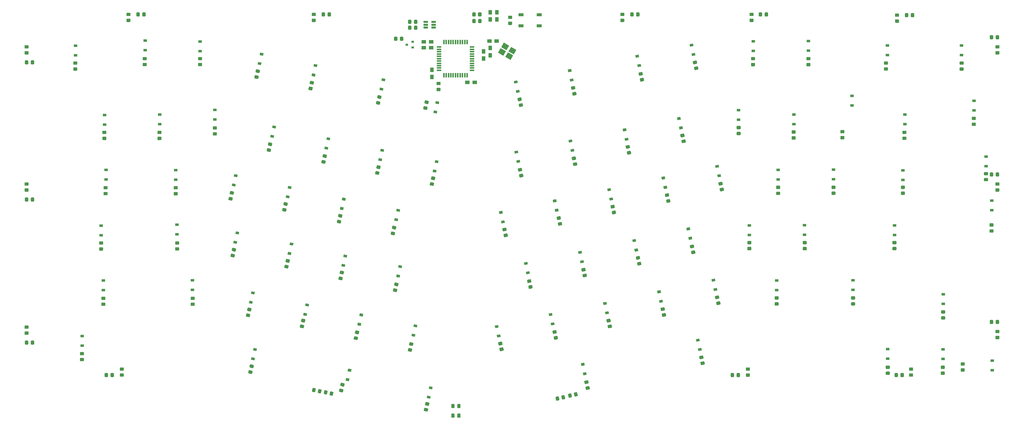
<source format=gbp>
G04 #@! TF.GenerationSoftware,KiCad,Pcbnew,(5.1.9-0-10_14)*
G04 #@! TF.CreationDate,2021-10-05T14:43:53-07:00*
G04 #@! TF.ProjectId,adelheid,6164656c-6865-4696-942e-6b696361645f,2.0*
G04 #@! TF.SameCoordinates,Original*
G04 #@! TF.FileFunction,Paste,Bot*
G04 #@! TF.FilePolarity,Positive*
%FSLAX46Y46*%
G04 Gerber Fmt 4.6, Leading zero omitted, Abs format (unit mm)*
G04 Created by KiCad (PCBNEW (5.1.9-0-10_14)) date 2021-10-05 14:43:53*
%MOMM*%
%LPD*%
G01*
G04 APERTURE LIST*
%ADD10C,0.100000*%
%ADD11R,0.900000X0.800000*%
%ADD12R,1.200000X0.900000*%
%ADD13R,1.250000X1.500000*%
%ADD14R,1.500000X1.250000*%
%ADD15R,1.700000X1.000000*%
%ADD16R,1.560000X0.650000*%
%ADD17R,0.550000X1.500000*%
%ADD18R,1.500000X0.550000*%
G04 APERTURE END LIST*
G36*
G01*
X183280000Y-29660001D02*
X183280000Y-28759999D01*
G75*
G02*
X183529999Y-28510000I249999J0D01*
G01*
X184230001Y-28510000D01*
G75*
G02*
X184480000Y-28759999I0J-249999D01*
G01*
X184480000Y-29660001D01*
G75*
G02*
X184230001Y-29910000I-249999J0D01*
G01*
X183529999Y-29910000D01*
G75*
G02*
X183280000Y-29660001I0J249999D01*
G01*
G37*
G36*
G01*
X181280000Y-29660001D02*
X181280000Y-28759999D01*
G75*
G02*
X181529999Y-28510000I249999J0D01*
G01*
X182230001Y-28510000D01*
G75*
G02*
X182480000Y-28759999I0J-249999D01*
G01*
X182480000Y-29660001D01*
G75*
G02*
X182230001Y-29910000I-249999J0D01*
G01*
X181529999Y-29910000D01*
G75*
G02*
X181280000Y-29660001I0J249999D01*
G01*
G37*
G36*
G01*
X183264000Y-27374001D02*
X183264000Y-26473999D01*
G75*
G02*
X183513999Y-26224000I249999J0D01*
G01*
X184214001Y-26224000D01*
G75*
G02*
X184464000Y-26473999I0J-249999D01*
G01*
X184464000Y-27374001D01*
G75*
G02*
X184214001Y-27624000I-249999J0D01*
G01*
X183513999Y-27624000D01*
G75*
G02*
X183264000Y-27374001I0J249999D01*
G01*
G37*
G36*
G01*
X181264000Y-27374001D02*
X181264000Y-26473999D01*
G75*
G02*
X181513999Y-26224000I249999J0D01*
G01*
X182214001Y-26224000D01*
G75*
G02*
X182464000Y-26473999I0J-249999D01*
G01*
X182464000Y-27374001D01*
G75*
G02*
X182214001Y-27624000I-249999J0D01*
G01*
X181513999Y-27624000D01*
G75*
G02*
X181264000Y-27374001I0J249999D01*
G01*
G37*
G36*
G01*
X191502389Y-140773308D02*
X190622054Y-140960429D01*
G75*
G02*
X190325540Y-140767871I-51978J244536D01*
G01*
X190180001Y-140083166D01*
G75*
G02*
X190372559Y-139786652I244536J51978D01*
G01*
X191252894Y-139599531D01*
G75*
G02*
X191549408Y-139792089I51978J-244536D01*
G01*
X191694947Y-140476794D01*
G75*
G02*
X191502389Y-140773308I-244536J-51978D01*
G01*
G37*
G36*
G01*
X191918213Y-142729604D02*
X191037878Y-142916725D01*
G75*
G02*
X190741364Y-142724167I-51978J244536D01*
G01*
X190595825Y-142039462D01*
G75*
G02*
X190788383Y-141742948I244536J51978D01*
G01*
X191668718Y-141555827D01*
G75*
G02*
X191965232Y-141748385I51978J-244536D01*
G01*
X192110771Y-142433090D01*
G75*
G02*
X191918213Y-142729604I-244536J-51978D01*
G01*
G37*
D10*
G36*
X190373780Y-134742163D02*
G01*
X189200003Y-134991657D01*
X189012882Y-134111325D01*
X190186659Y-133861831D01*
X190373780Y-134742163D01*
G37*
G36*
X191059888Y-137970051D02*
G01*
X189886111Y-138219545D01*
X189698990Y-137339213D01*
X190872767Y-137089719D01*
X191059888Y-137970051D01*
G37*
G36*
G01*
X63442001Y-27499000D02*
X62541999Y-27499000D01*
G75*
G02*
X62292000Y-27249001I0J249999D01*
G01*
X62292000Y-26598999D01*
G75*
G02*
X62541999Y-26349000I249999J0D01*
G01*
X63442001Y-26349000D01*
G75*
G02*
X63692000Y-26598999I0J-249999D01*
G01*
X63692000Y-27249001D01*
G75*
G02*
X63442001Y-27499000I-249999J0D01*
G01*
G37*
G36*
G01*
X63442001Y-29549000D02*
X62541999Y-29549000D01*
G75*
G02*
X62292000Y-29299001I0J249999D01*
G01*
X62292000Y-28648999D01*
G75*
G02*
X62541999Y-28399000I249999J0D01*
G01*
X63442001Y-28399000D01*
G75*
G02*
X63692000Y-28648999I0J-249999D01*
G01*
X63692000Y-29299001D01*
G75*
G02*
X63442001Y-29549000I-249999J0D01*
G01*
G37*
G36*
G01*
X127196001Y-27490000D02*
X126295999Y-27490000D01*
G75*
G02*
X126046000Y-27240001I0J249999D01*
G01*
X126046000Y-26589999D01*
G75*
G02*
X126295999Y-26340000I249999J0D01*
G01*
X127196001Y-26340000D01*
G75*
G02*
X127446000Y-26589999I0J-249999D01*
G01*
X127446000Y-27240001D01*
G75*
G02*
X127196001Y-27490000I-249999J0D01*
G01*
G37*
G36*
G01*
X127196001Y-29540000D02*
X126295999Y-29540000D01*
G75*
G02*
X126046000Y-29290001I0J249999D01*
G01*
X126046000Y-28639999D01*
G75*
G02*
X126295999Y-28390000I249999J0D01*
G01*
X127196001Y-28390000D01*
G75*
G02*
X127446000Y-28639999I0J-249999D01*
G01*
X127446000Y-29290001D01*
G75*
G02*
X127196001Y-29540000I-249999J0D01*
G01*
G37*
G36*
G01*
X327865001Y-27744000D02*
X326964999Y-27744000D01*
G75*
G02*
X326715000Y-27494001I0J249999D01*
G01*
X326715000Y-26843999D01*
G75*
G02*
X326964999Y-26594000I249999J0D01*
G01*
X327865001Y-26594000D01*
G75*
G02*
X328115000Y-26843999I0J-249999D01*
G01*
X328115000Y-27494001D01*
G75*
G02*
X327865001Y-27744000I-249999J0D01*
G01*
G37*
G36*
G01*
X327865001Y-29794000D02*
X326964999Y-29794000D01*
G75*
G02*
X326715000Y-29544001I0J249999D01*
G01*
X326715000Y-28893999D01*
G75*
G02*
X326964999Y-28644000I249999J0D01*
G01*
X327865001Y-28644000D01*
G75*
G02*
X328115000Y-28893999I0J-249999D01*
G01*
X328115000Y-29544001D01*
G75*
G02*
X327865001Y-29794000I-249999J0D01*
G01*
G37*
G36*
G01*
X277818001Y-27490000D02*
X276917999Y-27490000D01*
G75*
G02*
X276668000Y-27240001I0J249999D01*
G01*
X276668000Y-26589999D01*
G75*
G02*
X276917999Y-26340000I249999J0D01*
G01*
X277818001Y-26340000D01*
G75*
G02*
X278068000Y-26589999I0J-249999D01*
G01*
X278068000Y-27240001D01*
G75*
G02*
X277818001Y-27490000I-249999J0D01*
G01*
G37*
G36*
G01*
X277818001Y-29540000D02*
X276917999Y-29540000D01*
G75*
G02*
X276668000Y-29290001I0J249999D01*
G01*
X276668000Y-28639999D01*
G75*
G02*
X276917999Y-28390000I249999J0D01*
G01*
X277818001Y-28390000D01*
G75*
G02*
X278068000Y-28639999I0J-249999D01*
G01*
X278068000Y-29290001D01*
G75*
G02*
X277818001Y-29540000I-249999J0D01*
G01*
G37*
G36*
G01*
X233368001Y-27490000D02*
X232467999Y-27490000D01*
G75*
G02*
X232218000Y-27240001I0J249999D01*
G01*
X232218000Y-26589999D01*
G75*
G02*
X232467999Y-26340000I249999J0D01*
G01*
X233368001Y-26340000D01*
G75*
G02*
X233618000Y-26589999I0J-249999D01*
G01*
X233618000Y-27240001D01*
G75*
G02*
X233368001Y-27490000I-249999J0D01*
G01*
G37*
G36*
G01*
X233368001Y-29540000D02*
X232467999Y-29540000D01*
G75*
G02*
X232218000Y-29290001I0J249999D01*
G01*
X232218000Y-28639999D01*
G75*
G02*
X232467999Y-28390000I249999J0D01*
G01*
X233368001Y-28390000D01*
G75*
G02*
X233618000Y-28639999I0J-249999D01*
G01*
X233618000Y-29290001D01*
G75*
G02*
X233368001Y-29540000I-249999J0D01*
G01*
G37*
G36*
G01*
X361375000Y-35248001D02*
X361375000Y-34347999D01*
G75*
G02*
X361624999Y-34098000I249999J0D01*
G01*
X362275001Y-34098000D01*
G75*
G02*
X362525000Y-34347999I0J-249999D01*
G01*
X362525000Y-35248001D01*
G75*
G02*
X362275001Y-35498000I-249999J0D01*
G01*
X361624999Y-35498000D01*
G75*
G02*
X361375000Y-35248001I0J249999D01*
G01*
G37*
G36*
G01*
X359325000Y-35248001D02*
X359325000Y-34347999D01*
G75*
G02*
X359574999Y-34098000I249999J0D01*
G01*
X360225001Y-34098000D01*
G75*
G02*
X360475000Y-34347999I0J-249999D01*
G01*
X360475000Y-35248001D01*
G75*
G02*
X360225001Y-35498000I-249999J0D01*
G01*
X359574999Y-35498000D01*
G75*
G02*
X359325000Y-35248001I0J249999D01*
G01*
G37*
G36*
G01*
X361375000Y-82492001D02*
X361375000Y-81591999D01*
G75*
G02*
X361624999Y-81342000I249999J0D01*
G01*
X362275001Y-81342000D01*
G75*
G02*
X362525000Y-81591999I0J-249999D01*
G01*
X362525000Y-82492001D01*
G75*
G02*
X362275001Y-82742000I-249999J0D01*
G01*
X361624999Y-82742000D01*
G75*
G02*
X361375000Y-82492001I0J249999D01*
G01*
G37*
G36*
G01*
X359325000Y-82492001D02*
X359325000Y-81591999D01*
G75*
G02*
X359574999Y-81342000I249999J0D01*
G01*
X360225001Y-81342000D01*
G75*
G02*
X360475000Y-81591999I0J-249999D01*
G01*
X360475000Y-82492001D01*
G75*
G02*
X360225001Y-82742000I-249999J0D01*
G01*
X359574999Y-82742000D01*
G75*
G02*
X359325000Y-82492001I0J249999D01*
G01*
G37*
G36*
G01*
X361375000Y-133292001D02*
X361375000Y-132391999D01*
G75*
G02*
X361624999Y-132142000I249999J0D01*
G01*
X362275001Y-132142000D01*
G75*
G02*
X362525000Y-132391999I0J-249999D01*
G01*
X362525000Y-133292001D01*
G75*
G02*
X362275001Y-133542000I-249999J0D01*
G01*
X361624999Y-133542000D01*
G75*
G02*
X361375000Y-133292001I0J249999D01*
G01*
G37*
G36*
G01*
X359325000Y-133292001D02*
X359325000Y-132391999D01*
G75*
G02*
X359574999Y-132142000I249999J0D01*
G01*
X360225001Y-132142000D01*
G75*
G02*
X360475000Y-132391999I0J-249999D01*
G01*
X360475000Y-133292001D01*
G75*
G02*
X360225001Y-133542000I-249999J0D01*
G01*
X359574999Y-133542000D01*
G75*
G02*
X359325000Y-133292001I0J249999D01*
G01*
G37*
G36*
G01*
X331781999Y-150555000D02*
X332682001Y-150555000D01*
G75*
G02*
X332932000Y-150804999I0J-249999D01*
G01*
X332932000Y-151455001D01*
G75*
G02*
X332682001Y-151705000I-249999J0D01*
G01*
X331781999Y-151705000D01*
G75*
G02*
X331532000Y-151455001I0J249999D01*
G01*
X331532000Y-150804999D01*
G75*
G02*
X331781999Y-150555000I249999J0D01*
G01*
G37*
G36*
G01*
X331781999Y-148505000D02*
X332682001Y-148505000D01*
G75*
G02*
X332932000Y-148754999I0J-249999D01*
G01*
X332932000Y-149405001D01*
G75*
G02*
X332682001Y-149655000I-249999J0D01*
G01*
X331781999Y-149655000D01*
G75*
G02*
X331532000Y-149405001I0J249999D01*
G01*
X331532000Y-148754999D01*
G75*
G02*
X331781999Y-148505000I249999J0D01*
G01*
G37*
G36*
G01*
X275647999Y-150564000D02*
X276548001Y-150564000D01*
G75*
G02*
X276798000Y-150813999I0J-249999D01*
G01*
X276798000Y-151464001D01*
G75*
G02*
X276548001Y-151714000I-249999J0D01*
G01*
X275647999Y-151714000D01*
G75*
G02*
X275398000Y-151464001I0J249999D01*
G01*
X275398000Y-150813999D01*
G75*
G02*
X275647999Y-150564000I249999J0D01*
G01*
G37*
G36*
G01*
X275647999Y-148514000D02*
X276548001Y-148514000D01*
G75*
G02*
X276798000Y-148763999I0J-249999D01*
G01*
X276798000Y-149414001D01*
G75*
G02*
X276548001Y-149664000I-249999J0D01*
G01*
X275647999Y-149664000D01*
G75*
G02*
X275398000Y-149414001I0J249999D01*
G01*
X275398000Y-148763999D01*
G75*
G02*
X275647999Y-148514000I249999J0D01*
G01*
G37*
G36*
G01*
X215366273Y-157641392D02*
X215553394Y-158521727D01*
G75*
G02*
X215360836Y-158818241I-244536J-51978D01*
G01*
X214725039Y-158953384D01*
G75*
G02*
X214428525Y-158760826I-51978J244536D01*
G01*
X214241404Y-157880491D01*
G75*
G02*
X214433962Y-157583977I244536J51978D01*
G01*
X215069759Y-157448834D01*
G75*
G02*
X215366273Y-157641392I51978J-244536D01*
G01*
G37*
G36*
G01*
X217371475Y-157215174D02*
X217558596Y-158095509D01*
G75*
G02*
X217366038Y-158392023I-244536J-51978D01*
G01*
X216730241Y-158527166D01*
G75*
G02*
X216433727Y-158334608I-51978J244536D01*
G01*
X216246606Y-157454273D01*
G75*
G02*
X216439164Y-157157759I244536J51978D01*
G01*
X217074961Y-157022616D01*
G75*
G02*
X217371475Y-157215174I51978J-244536D01*
G01*
G37*
G36*
G01*
X176100000Y-162248001D02*
X176100000Y-161347999D01*
G75*
G02*
X176349999Y-161098000I249999J0D01*
G01*
X177000001Y-161098000D01*
G75*
G02*
X177250000Y-161347999I0J-249999D01*
G01*
X177250000Y-162248001D01*
G75*
G02*
X177000001Y-162498000I-249999J0D01*
G01*
X176349999Y-162498000D01*
G75*
G02*
X176100000Y-162248001I0J249999D01*
G01*
G37*
G36*
G01*
X174050000Y-162248001D02*
X174050000Y-161347999D01*
G75*
G02*
X174299999Y-161098000I249999J0D01*
G01*
X174950001Y-161098000D01*
G75*
G02*
X175200000Y-161347999I0J-249999D01*
G01*
X175200000Y-162248001D01*
G75*
G02*
X174950001Y-162498000I-249999J0D01*
G01*
X174299999Y-162498000D01*
G75*
G02*
X174050000Y-162248001I0J249999D01*
G01*
G37*
G36*
G01*
X131492793Y-156754476D02*
X131305672Y-157634811D01*
G75*
G02*
X131009158Y-157827369I-244536J51978D01*
G01*
X130373361Y-157692226D01*
G75*
G02*
X130180803Y-157395712I51978J244536D01*
G01*
X130367924Y-156515377D01*
G75*
G02*
X130664438Y-156322819I244536J-51978D01*
G01*
X131300235Y-156457962D01*
G75*
G02*
X131492793Y-156754476I-51978J-244536D01*
G01*
G37*
G36*
G01*
X133497995Y-157180694D02*
X133310874Y-158061029D01*
G75*
G02*
X133014360Y-158253587I-244536J51978D01*
G01*
X132378563Y-158118444D01*
G75*
G02*
X132186005Y-157821930I51978J244536D01*
G01*
X132373126Y-156941595D01*
G75*
G02*
X132669640Y-156749037I244536J-51978D01*
G01*
X133305437Y-156884180D01*
G75*
G02*
X133497995Y-157180694I-51978J-244536D01*
G01*
G37*
G36*
G01*
X60255999Y-150555000D02*
X61156001Y-150555000D01*
G75*
G02*
X61406000Y-150804999I0J-249999D01*
G01*
X61406000Y-151455001D01*
G75*
G02*
X61156001Y-151705000I-249999J0D01*
G01*
X60255999Y-151705000D01*
G75*
G02*
X60006000Y-151455001I0J249999D01*
G01*
X60006000Y-150804999D01*
G75*
G02*
X60255999Y-150555000I249999J0D01*
G01*
G37*
G36*
G01*
X60255999Y-148505000D02*
X61156001Y-148505000D01*
G75*
G02*
X61406000Y-148754999I0J-249999D01*
G01*
X61406000Y-149405001D01*
G75*
G02*
X61156001Y-149655000I-249999J0D01*
G01*
X60255999Y-149655000D01*
G75*
G02*
X60006000Y-149405001I0J249999D01*
G01*
X60006000Y-148754999D01*
G75*
G02*
X60255999Y-148505000I249999J0D01*
G01*
G37*
G36*
G01*
X28515000Y-139503999D02*
X28515000Y-140404001D01*
G75*
G02*
X28265001Y-140654000I-249999J0D01*
G01*
X27614999Y-140654000D01*
G75*
G02*
X27365000Y-140404001I0J249999D01*
G01*
X27365000Y-139503999D01*
G75*
G02*
X27614999Y-139254000I249999J0D01*
G01*
X28265001Y-139254000D01*
G75*
G02*
X28515000Y-139503999I0J-249999D01*
G01*
G37*
G36*
G01*
X30565000Y-139503999D02*
X30565000Y-140404001D01*
G75*
G02*
X30315001Y-140654000I-249999J0D01*
G01*
X29664999Y-140654000D01*
G75*
G02*
X29415000Y-140404001I0J249999D01*
G01*
X29415000Y-139503999D01*
G75*
G02*
X29664999Y-139254000I249999J0D01*
G01*
X30315001Y-139254000D01*
G75*
G02*
X30565000Y-139503999I0J-249999D01*
G01*
G37*
G36*
G01*
X28515000Y-90227999D02*
X28515000Y-91128001D01*
G75*
G02*
X28265001Y-91378000I-249999J0D01*
G01*
X27614999Y-91378000D01*
G75*
G02*
X27365000Y-91128001I0J249999D01*
G01*
X27365000Y-90227999D01*
G75*
G02*
X27614999Y-89978000I249999J0D01*
G01*
X28265001Y-89978000D01*
G75*
G02*
X28515000Y-90227999I0J-249999D01*
G01*
G37*
G36*
G01*
X30565000Y-90227999D02*
X30565000Y-91128001D01*
G75*
G02*
X30315001Y-91378000I-249999J0D01*
G01*
X29664999Y-91378000D01*
G75*
G02*
X29415000Y-91128001I0J249999D01*
G01*
X29415000Y-90227999D01*
G75*
G02*
X29664999Y-89978000I249999J0D01*
G01*
X30315001Y-89978000D01*
G75*
G02*
X30565000Y-90227999I0J-249999D01*
G01*
G37*
G36*
G01*
X28515000Y-42983999D02*
X28515000Y-43884001D01*
G75*
G02*
X28265001Y-44134000I-249999J0D01*
G01*
X27614999Y-44134000D01*
G75*
G02*
X27365000Y-43884001I0J249999D01*
G01*
X27365000Y-42983999D01*
G75*
G02*
X27614999Y-42734000I249999J0D01*
G01*
X28265001Y-42734000D01*
G75*
G02*
X28515000Y-42983999I0J-249999D01*
G01*
G37*
G36*
G01*
X30565000Y-42983999D02*
X30565000Y-43884001D01*
G75*
G02*
X30315001Y-44134000I-249999J0D01*
G01*
X29664999Y-44134000D01*
G75*
G02*
X29415000Y-43884001I0J249999D01*
G01*
X29415000Y-42983999D01*
G75*
G02*
X29664999Y-42734000I249999J0D01*
G01*
X30315001Y-42734000D01*
G75*
G02*
X30565000Y-42983999I0J-249999D01*
G01*
G37*
G36*
G01*
X67760000Y-27374001D02*
X67760000Y-26473999D01*
G75*
G02*
X68009999Y-26224000I249999J0D01*
G01*
X68660001Y-26224000D01*
G75*
G02*
X68910000Y-26473999I0J-249999D01*
G01*
X68910000Y-27374001D01*
G75*
G02*
X68660001Y-27624000I-249999J0D01*
G01*
X68009999Y-27624000D01*
G75*
G02*
X67760000Y-27374001I0J249999D01*
G01*
G37*
G36*
G01*
X65710000Y-27374001D02*
X65710000Y-26473999D01*
G75*
G02*
X65959999Y-26224000I249999J0D01*
G01*
X66610001Y-26224000D01*
G75*
G02*
X66860000Y-26473999I0J-249999D01*
G01*
X66860000Y-27374001D01*
G75*
G02*
X66610001Y-27624000I-249999J0D01*
G01*
X65959999Y-27624000D01*
G75*
G02*
X65710000Y-27374001I0J249999D01*
G01*
G37*
G36*
G01*
X131514000Y-27365001D02*
X131514000Y-26464999D01*
G75*
G02*
X131763999Y-26215000I249999J0D01*
G01*
X132414001Y-26215000D01*
G75*
G02*
X132664000Y-26464999I0J-249999D01*
G01*
X132664000Y-27365001D01*
G75*
G02*
X132414001Y-27615000I-249999J0D01*
G01*
X131763999Y-27615000D01*
G75*
G02*
X131514000Y-27365001I0J249999D01*
G01*
G37*
G36*
G01*
X129464000Y-27365001D02*
X129464000Y-26464999D01*
G75*
G02*
X129713999Y-26215000I249999J0D01*
G01*
X130364001Y-26215000D01*
G75*
G02*
X130614000Y-26464999I0J-249999D01*
G01*
X130614000Y-27365001D01*
G75*
G02*
X130364001Y-27615000I-249999J0D01*
G01*
X129713999Y-27615000D01*
G75*
G02*
X129464000Y-27365001I0J249999D01*
G01*
G37*
G36*
G01*
X332174000Y-27628001D02*
X332174000Y-26727999D01*
G75*
G02*
X332423999Y-26478000I249999J0D01*
G01*
X333074001Y-26478000D01*
G75*
G02*
X333324000Y-26727999I0J-249999D01*
G01*
X333324000Y-27628001D01*
G75*
G02*
X333074001Y-27878000I-249999J0D01*
G01*
X332423999Y-27878000D01*
G75*
G02*
X332174000Y-27628001I0J249999D01*
G01*
G37*
G36*
G01*
X330124000Y-27628001D02*
X330124000Y-26727999D01*
G75*
G02*
X330373999Y-26478000I249999J0D01*
G01*
X331024001Y-26478000D01*
G75*
G02*
X331274000Y-26727999I0J-249999D01*
G01*
X331274000Y-27628001D01*
G75*
G02*
X331024001Y-27878000I-249999J0D01*
G01*
X330373999Y-27878000D01*
G75*
G02*
X330124000Y-27628001I0J249999D01*
G01*
G37*
G36*
G01*
X281882000Y-27374001D02*
X281882000Y-26473999D01*
G75*
G02*
X282131999Y-26224000I249999J0D01*
G01*
X282782001Y-26224000D01*
G75*
G02*
X283032000Y-26473999I0J-249999D01*
G01*
X283032000Y-27374001D01*
G75*
G02*
X282782001Y-27624000I-249999J0D01*
G01*
X282131999Y-27624000D01*
G75*
G02*
X281882000Y-27374001I0J249999D01*
G01*
G37*
G36*
G01*
X279832000Y-27374001D02*
X279832000Y-26473999D01*
G75*
G02*
X280081999Y-26224000I249999J0D01*
G01*
X280732001Y-26224000D01*
G75*
G02*
X280982000Y-26473999I0J-249999D01*
G01*
X280982000Y-27374001D01*
G75*
G02*
X280732001Y-27624000I-249999J0D01*
G01*
X280081999Y-27624000D01*
G75*
G02*
X279832000Y-27374001I0J249999D01*
G01*
G37*
G36*
G01*
X237677000Y-27374001D02*
X237677000Y-26473999D01*
G75*
G02*
X237926999Y-26224000I249999J0D01*
G01*
X238577001Y-26224000D01*
G75*
G02*
X238827000Y-26473999I0J-249999D01*
G01*
X238827000Y-27374001D01*
G75*
G02*
X238577001Y-27624000I-249999J0D01*
G01*
X237926999Y-27624000D01*
G75*
G02*
X237677000Y-27374001I0J249999D01*
G01*
G37*
G36*
G01*
X235627000Y-27374001D02*
X235627000Y-26473999D01*
G75*
G02*
X235876999Y-26224000I249999J0D01*
G01*
X236527001Y-26224000D01*
G75*
G02*
X236777000Y-26473999I0J-249999D01*
G01*
X236777000Y-27374001D01*
G75*
G02*
X236527001Y-27624000I-249999J0D01*
G01*
X235876999Y-27624000D01*
G75*
G02*
X235627000Y-27374001I0J249999D01*
G01*
G37*
G36*
G01*
X361499999Y-39566000D02*
X362400001Y-39566000D01*
G75*
G02*
X362650000Y-39815999I0J-249999D01*
G01*
X362650000Y-40466001D01*
G75*
G02*
X362400001Y-40716000I-249999J0D01*
G01*
X361499999Y-40716000D01*
G75*
G02*
X361250000Y-40466001I0J249999D01*
G01*
X361250000Y-39815999D01*
G75*
G02*
X361499999Y-39566000I249999J0D01*
G01*
G37*
G36*
G01*
X361499999Y-37516000D02*
X362400001Y-37516000D01*
G75*
G02*
X362650000Y-37765999I0J-249999D01*
G01*
X362650000Y-38416001D01*
G75*
G02*
X362400001Y-38666000I-249999J0D01*
G01*
X361499999Y-38666000D01*
G75*
G02*
X361250000Y-38416001I0J249999D01*
G01*
X361250000Y-37765999D01*
G75*
G02*
X361499999Y-37516000I249999J0D01*
G01*
G37*
G36*
G01*
X361499999Y-86819000D02*
X362400001Y-86819000D01*
G75*
G02*
X362650000Y-87068999I0J-249999D01*
G01*
X362650000Y-87719001D01*
G75*
G02*
X362400001Y-87969000I-249999J0D01*
G01*
X361499999Y-87969000D01*
G75*
G02*
X361250000Y-87719001I0J249999D01*
G01*
X361250000Y-87068999D01*
G75*
G02*
X361499999Y-86819000I249999J0D01*
G01*
G37*
G36*
G01*
X361499999Y-84769000D02*
X362400001Y-84769000D01*
G75*
G02*
X362650000Y-85018999I0J-249999D01*
G01*
X362650000Y-85669001D01*
G75*
G02*
X362400001Y-85919000I-249999J0D01*
G01*
X361499999Y-85919000D01*
G75*
G02*
X361250000Y-85669001I0J249999D01*
G01*
X361250000Y-85018999D01*
G75*
G02*
X361499999Y-84769000I249999J0D01*
G01*
G37*
G36*
G01*
X361499999Y-137619000D02*
X362400001Y-137619000D01*
G75*
G02*
X362650000Y-137868999I0J-249999D01*
G01*
X362650000Y-138519001D01*
G75*
G02*
X362400001Y-138769000I-249999J0D01*
G01*
X361499999Y-138769000D01*
G75*
G02*
X361250000Y-138519001I0J249999D01*
G01*
X361250000Y-137868999D01*
G75*
G02*
X361499999Y-137619000I249999J0D01*
G01*
G37*
G36*
G01*
X361499999Y-135569000D02*
X362400001Y-135569000D01*
G75*
G02*
X362650000Y-135818999I0J-249999D01*
G01*
X362650000Y-136469001D01*
G75*
G02*
X362400001Y-136719000I-249999J0D01*
G01*
X361499999Y-136719000D01*
G75*
G02*
X361250000Y-136469001I0J249999D01*
G01*
X361250000Y-135818999D01*
G75*
G02*
X361499999Y-135569000I249999J0D01*
G01*
G37*
G36*
G01*
X327709000Y-150679999D02*
X327709000Y-151580001D01*
G75*
G02*
X327459001Y-151830000I-249999J0D01*
G01*
X326808999Y-151830000D01*
G75*
G02*
X326559000Y-151580001I0J249999D01*
G01*
X326559000Y-150679999D01*
G75*
G02*
X326808999Y-150430000I249999J0D01*
G01*
X327459001Y-150430000D01*
G75*
G02*
X327709000Y-150679999I0J-249999D01*
G01*
G37*
G36*
G01*
X329759000Y-150679999D02*
X329759000Y-151580001D01*
G75*
G02*
X329509001Y-151830000I-249999J0D01*
G01*
X328858999Y-151830000D01*
G75*
G02*
X328609000Y-151580001I0J249999D01*
G01*
X328609000Y-150679999D01*
G75*
G02*
X328858999Y-150430000I249999J0D01*
G01*
X329509001Y-150430000D01*
G75*
G02*
X329759000Y-150679999I0J-249999D01*
G01*
G37*
G36*
G01*
X271330000Y-150679999D02*
X271330000Y-151580001D01*
G75*
G02*
X271080001Y-151830000I-249999J0D01*
G01*
X270429999Y-151830000D01*
G75*
G02*
X270180000Y-151580001I0J249999D01*
G01*
X270180000Y-150679999D01*
G75*
G02*
X270429999Y-150430000I249999J0D01*
G01*
X271080001Y-150430000D01*
G75*
G02*
X271330000Y-150679999I0J-249999D01*
G01*
G37*
G36*
G01*
X273380000Y-150679999D02*
X273380000Y-151580001D01*
G75*
G02*
X273130001Y-151830000I-249999J0D01*
G01*
X272479999Y-151830000D01*
G75*
G02*
X272230000Y-151580001I0J249999D01*
G01*
X272230000Y-150679999D01*
G75*
G02*
X272479999Y-150430000I249999J0D01*
G01*
X273130001Y-150430000D01*
G75*
G02*
X273380000Y-150679999I0J-249999D01*
G01*
G37*
G36*
G01*
X211048273Y-158657392D02*
X211235394Y-159537727D01*
G75*
G02*
X211042836Y-159834241I-244536J-51978D01*
G01*
X210407039Y-159969384D01*
G75*
G02*
X210110525Y-159776826I-51978J244536D01*
G01*
X209923404Y-158896491D01*
G75*
G02*
X210115962Y-158599977I244536J51978D01*
G01*
X210751759Y-158464834D01*
G75*
G02*
X211048273Y-158657392I51978J-244536D01*
G01*
G37*
G36*
G01*
X213053475Y-158231174D02*
X213240596Y-159111509D01*
G75*
G02*
X213048038Y-159408023I-244536J-51978D01*
G01*
X212412241Y-159543166D01*
G75*
G02*
X212115727Y-159350608I-51978J244536D01*
G01*
X211928606Y-158470273D01*
G75*
G02*
X212121164Y-158173759I244536J51978D01*
G01*
X212756961Y-158038616D01*
G75*
G02*
X213053475Y-158231174I51978J-244536D01*
G01*
G37*
G36*
G01*
X175200000Y-164649999D02*
X175200000Y-165550001D01*
G75*
G02*
X174950001Y-165800000I-249999J0D01*
G01*
X174299999Y-165800000D01*
G75*
G02*
X174050000Y-165550001I0J249999D01*
G01*
X174050000Y-164649999D01*
G75*
G02*
X174299999Y-164400000I249999J0D01*
G01*
X174950001Y-164400000D01*
G75*
G02*
X175200000Y-164649999I0J-249999D01*
G01*
G37*
G36*
G01*
X177250000Y-164649999D02*
X177250000Y-165550001D01*
G75*
G02*
X177000001Y-165800000I-249999J0D01*
G01*
X176349999Y-165800000D01*
G75*
G02*
X176100000Y-165550001I0J249999D01*
G01*
X176100000Y-164649999D01*
G75*
G02*
X176349999Y-164400000I249999J0D01*
G01*
X177000001Y-164400000D01*
G75*
G02*
X177250000Y-164649999I0J-249999D01*
G01*
G37*
G36*
G01*
X127428793Y-155971164D02*
X127241672Y-156851499D01*
G75*
G02*
X126945158Y-157044057I-244536J51978D01*
G01*
X126309361Y-156908914D01*
G75*
G02*
X126116803Y-156612400I51978J244536D01*
G01*
X126303924Y-155732065D01*
G75*
G02*
X126600438Y-155539507I244536J-51978D01*
G01*
X127236235Y-155674650D01*
G75*
G02*
X127428793Y-155971164I-51978J-244536D01*
G01*
G37*
G36*
G01*
X129433995Y-156397382D02*
X129246874Y-157277717D01*
G75*
G02*
X128950360Y-157470275I-244536J51978D01*
G01*
X128314563Y-157335132D01*
G75*
G02*
X128122005Y-157038618I51978J244536D01*
G01*
X128309126Y-156158283D01*
G75*
G02*
X128605640Y-155965725I244536J-51978D01*
G01*
X129241437Y-156100868D01*
G75*
G02*
X129433995Y-156397382I-51978J-244536D01*
G01*
G37*
G36*
G01*
X55929000Y-150679999D02*
X55929000Y-151580001D01*
G75*
G02*
X55679001Y-151830000I-249999J0D01*
G01*
X55028999Y-151830000D01*
G75*
G02*
X54779000Y-151580001I0J249999D01*
G01*
X54779000Y-150679999D01*
G75*
G02*
X55028999Y-150430000I249999J0D01*
G01*
X55679001Y-150430000D01*
G75*
G02*
X55929000Y-150679999I0J-249999D01*
G01*
G37*
G36*
G01*
X57979000Y-150679999D02*
X57979000Y-151580001D01*
G75*
G02*
X57729001Y-151830000I-249999J0D01*
G01*
X57078999Y-151830000D01*
G75*
G02*
X56829000Y-151580001I0J249999D01*
G01*
X56829000Y-150679999D01*
G75*
G02*
X57078999Y-150430000I249999J0D01*
G01*
X57729001Y-150430000D01*
G75*
G02*
X57979000Y-150679999I0J-249999D01*
G01*
G37*
G36*
G01*
X28390001Y-135195000D02*
X27489999Y-135195000D01*
G75*
G02*
X27240000Y-134945001I0J249999D01*
G01*
X27240000Y-134294999D01*
G75*
G02*
X27489999Y-134045000I249999J0D01*
G01*
X28390001Y-134045000D01*
G75*
G02*
X28640000Y-134294999I0J-249999D01*
G01*
X28640000Y-134945001D01*
G75*
G02*
X28390001Y-135195000I-249999J0D01*
G01*
G37*
G36*
G01*
X28390001Y-137245000D02*
X27489999Y-137245000D01*
G75*
G02*
X27240000Y-136995001I0J249999D01*
G01*
X27240000Y-136344999D01*
G75*
G02*
X27489999Y-136095000I249999J0D01*
G01*
X28390001Y-136095000D01*
G75*
G02*
X28640000Y-136344999I0J-249999D01*
G01*
X28640000Y-136995001D01*
G75*
G02*
X28390001Y-137245000I-249999J0D01*
G01*
G37*
G36*
G01*
X28390001Y-85919000D02*
X27489999Y-85919000D01*
G75*
G02*
X27240000Y-85669001I0J249999D01*
G01*
X27240000Y-85018999D01*
G75*
G02*
X27489999Y-84769000I249999J0D01*
G01*
X28390001Y-84769000D01*
G75*
G02*
X28640000Y-85018999I0J-249999D01*
G01*
X28640000Y-85669001D01*
G75*
G02*
X28390001Y-85919000I-249999J0D01*
G01*
G37*
G36*
G01*
X28390001Y-87969000D02*
X27489999Y-87969000D01*
G75*
G02*
X27240000Y-87719001I0J249999D01*
G01*
X27240000Y-87068999D01*
G75*
G02*
X27489999Y-86819000I249999J0D01*
G01*
X28390001Y-86819000D01*
G75*
G02*
X28640000Y-87068999I0J-249999D01*
G01*
X28640000Y-87719001D01*
G75*
G02*
X28390001Y-87969000I-249999J0D01*
G01*
G37*
G36*
G01*
X28390001Y-38675000D02*
X27489999Y-38675000D01*
G75*
G02*
X27240000Y-38425001I0J249999D01*
G01*
X27240000Y-37774999D01*
G75*
G02*
X27489999Y-37525000I249999J0D01*
G01*
X28390001Y-37525000D01*
G75*
G02*
X28640000Y-37774999I0J-249999D01*
G01*
X28640000Y-38425001D01*
G75*
G02*
X28390001Y-38675000I-249999J0D01*
G01*
G37*
G36*
G01*
X28390001Y-40725000D02*
X27489999Y-40725000D01*
G75*
G02*
X27240000Y-40475001I0J249999D01*
G01*
X27240000Y-39824999D01*
G75*
G02*
X27489999Y-39575000I249999J0D01*
G01*
X28390001Y-39575000D01*
G75*
G02*
X28640000Y-39824999I0J-249999D01*
G01*
X28640000Y-40475001D01*
G75*
G02*
X28390001Y-40725000I-249999J0D01*
G01*
G37*
G36*
G01*
X350462001Y-147895000D02*
X349561999Y-147895000D01*
G75*
G02*
X349312000Y-147645001I0J249999D01*
G01*
X349312000Y-146994999D01*
G75*
G02*
X349561999Y-146745000I249999J0D01*
G01*
X350462001Y-146745000D01*
G75*
G02*
X350712000Y-146994999I0J-249999D01*
G01*
X350712000Y-147645001D01*
G75*
G02*
X350462001Y-147895000I-249999J0D01*
G01*
G37*
G36*
G01*
X350462001Y-149945000D02*
X349561999Y-149945000D01*
G75*
G02*
X349312000Y-149695001I0J249999D01*
G01*
X349312000Y-149044999D01*
G75*
G02*
X349561999Y-148795000I249999J0D01*
G01*
X350462001Y-148795000D01*
G75*
G02*
X350712000Y-149044999I0J-249999D01*
G01*
X350712000Y-149695001D01*
G75*
G02*
X350462001Y-149945000I-249999J0D01*
G01*
G37*
G36*
G01*
X360368001Y-100016000D02*
X359467999Y-100016000D01*
G75*
G02*
X359218000Y-99766001I0J249999D01*
G01*
X359218000Y-99115999D01*
G75*
G02*
X359467999Y-98866000I249999J0D01*
G01*
X360368001Y-98866000D01*
G75*
G02*
X360618000Y-99115999I0J-249999D01*
G01*
X360618000Y-99766001D01*
G75*
G02*
X360368001Y-100016000I-249999J0D01*
G01*
G37*
G36*
G01*
X360368001Y-102066000D02*
X359467999Y-102066000D01*
G75*
G02*
X359218000Y-101816001I0J249999D01*
G01*
X359218000Y-101165999D01*
G75*
G02*
X359467999Y-100916000I249999J0D01*
G01*
X360368001Y-100916000D01*
G75*
G02*
X360618000Y-101165999I0J-249999D01*
G01*
X360618000Y-101816001D01*
G75*
G02*
X360368001Y-102066000I-249999J0D01*
G01*
G37*
G36*
G01*
X358463001Y-82345000D02*
X357562999Y-82345000D01*
G75*
G02*
X357313000Y-82095001I0J249999D01*
G01*
X357313000Y-81444999D01*
G75*
G02*
X357562999Y-81195000I249999J0D01*
G01*
X358463001Y-81195000D01*
G75*
G02*
X358713000Y-81444999I0J-249999D01*
G01*
X358713000Y-82095001D01*
G75*
G02*
X358463001Y-82345000I-249999J0D01*
G01*
G37*
G36*
G01*
X358463001Y-84395000D02*
X357562999Y-84395000D01*
G75*
G02*
X357313000Y-84145001I0J249999D01*
G01*
X357313000Y-83494999D01*
G75*
G02*
X357562999Y-83245000I249999J0D01*
G01*
X358463001Y-83245000D01*
G75*
G02*
X358713000Y-83494999I0J-249999D01*
G01*
X358713000Y-84145001D01*
G75*
G02*
X358463001Y-84395000I-249999J0D01*
G01*
G37*
G36*
G01*
X354272001Y-63295000D02*
X353371999Y-63295000D01*
G75*
G02*
X353122000Y-63045001I0J249999D01*
G01*
X353122000Y-62394999D01*
G75*
G02*
X353371999Y-62145000I249999J0D01*
G01*
X354272001Y-62145000D01*
G75*
G02*
X354522000Y-62394999I0J-249999D01*
G01*
X354522000Y-63045001D01*
G75*
G02*
X354272001Y-63295000I-249999J0D01*
G01*
G37*
G36*
G01*
X354272001Y-65345000D02*
X353371999Y-65345000D01*
G75*
G02*
X353122000Y-65095001I0J249999D01*
G01*
X353122000Y-64444999D01*
G75*
G02*
X353371999Y-64195000I249999J0D01*
G01*
X354272001Y-64195000D01*
G75*
G02*
X354522000Y-64444999I0J-249999D01*
G01*
X354522000Y-65095001D01*
G75*
G02*
X354272001Y-65345000I-249999J0D01*
G01*
G37*
G36*
G01*
X330396001Y-68121000D02*
X329495999Y-68121000D01*
G75*
G02*
X329246000Y-67871001I0J249999D01*
G01*
X329246000Y-67220999D01*
G75*
G02*
X329495999Y-66971000I249999J0D01*
G01*
X330396001Y-66971000D01*
G75*
G02*
X330646000Y-67220999I0J-249999D01*
G01*
X330646000Y-67871001D01*
G75*
G02*
X330396001Y-68121000I-249999J0D01*
G01*
G37*
G36*
G01*
X330396001Y-70171000D02*
X329495999Y-70171000D01*
G75*
G02*
X329246000Y-69921001I0J249999D01*
G01*
X329246000Y-69270999D01*
G75*
G02*
X329495999Y-69021000I249999J0D01*
G01*
X330396001Y-69021000D01*
G75*
G02*
X330646000Y-69270999I0J-249999D01*
G01*
X330646000Y-69921001D01*
G75*
G02*
X330396001Y-70171000I-249999J0D01*
G01*
G37*
G36*
G01*
X350081001Y-44263000D02*
X349180999Y-44263000D01*
G75*
G02*
X348931000Y-44013001I0J249999D01*
G01*
X348931000Y-43362999D01*
G75*
G02*
X349180999Y-43113000I249999J0D01*
G01*
X350081001Y-43113000D01*
G75*
G02*
X350331000Y-43362999I0J-249999D01*
G01*
X350331000Y-44013001D01*
G75*
G02*
X350081001Y-44263000I-249999J0D01*
G01*
G37*
G36*
G01*
X350081001Y-46313000D02*
X349180999Y-46313000D01*
G75*
G02*
X348931000Y-46063001I0J249999D01*
G01*
X348931000Y-45412999D01*
G75*
G02*
X349180999Y-45163000I249999J0D01*
G01*
X350081001Y-45163000D01*
G75*
G02*
X350331000Y-45412999I0J-249999D01*
G01*
X350331000Y-46063001D01*
G75*
G02*
X350081001Y-46313000I-249999J0D01*
G01*
G37*
G36*
G01*
X343604001Y-149020000D02*
X342703999Y-149020000D01*
G75*
G02*
X342454000Y-148770001I0J249999D01*
G01*
X342454000Y-148119999D01*
G75*
G02*
X342703999Y-147870000I249999J0D01*
G01*
X343604001Y-147870000D01*
G75*
G02*
X343854000Y-148119999I0J-249999D01*
G01*
X343854000Y-148770001D01*
G75*
G02*
X343604001Y-149020000I-249999J0D01*
G01*
G37*
G36*
G01*
X343604001Y-151070000D02*
X342703999Y-151070000D01*
G75*
G02*
X342454000Y-150820001I0J249999D01*
G01*
X342454000Y-150169999D01*
G75*
G02*
X342703999Y-149920000I249999J0D01*
G01*
X343604001Y-149920000D01*
G75*
G02*
X343854000Y-150169999I0J-249999D01*
G01*
X343854000Y-150820001D01*
G75*
G02*
X343604001Y-151070000I-249999J0D01*
G01*
G37*
G36*
G01*
X343731001Y-129970000D02*
X342830999Y-129970000D01*
G75*
G02*
X342581000Y-129720001I0J249999D01*
G01*
X342581000Y-129069999D01*
G75*
G02*
X342830999Y-128820000I249999J0D01*
G01*
X343731001Y-128820000D01*
G75*
G02*
X343981000Y-129069999I0J-249999D01*
G01*
X343981000Y-129720001D01*
G75*
G02*
X343731001Y-129970000I-249999J0D01*
G01*
G37*
G36*
G01*
X343731001Y-132020000D02*
X342830999Y-132020000D01*
G75*
G02*
X342581000Y-131770001I0J249999D01*
G01*
X342581000Y-131119999D01*
G75*
G02*
X342830999Y-130870000I249999J0D01*
G01*
X343731001Y-130870000D01*
G75*
G02*
X343981000Y-131119999I0J-249999D01*
G01*
X343981000Y-131770001D01*
G75*
G02*
X343731001Y-132020000I-249999J0D01*
G01*
G37*
G36*
G01*
X329888001Y-87044000D02*
X328987999Y-87044000D01*
G75*
G02*
X328738000Y-86794001I0J249999D01*
G01*
X328738000Y-86143999D01*
G75*
G02*
X328987999Y-85894000I249999J0D01*
G01*
X329888001Y-85894000D01*
G75*
G02*
X330138000Y-86143999I0J-249999D01*
G01*
X330138000Y-86794001D01*
G75*
G02*
X329888001Y-87044000I-249999J0D01*
G01*
G37*
G36*
G01*
X329888001Y-89094000D02*
X328987999Y-89094000D01*
G75*
G02*
X328738000Y-88844001I0J249999D01*
G01*
X328738000Y-88193999D01*
G75*
G02*
X328987999Y-87944000I249999J0D01*
G01*
X329888001Y-87944000D01*
G75*
G02*
X330138000Y-88193999I0J-249999D01*
G01*
X330138000Y-88844001D01*
G75*
G02*
X329888001Y-89094000I-249999J0D01*
G01*
G37*
G36*
G01*
X309060001Y-67885000D02*
X308159999Y-67885000D01*
G75*
G02*
X307910000Y-67635001I0J249999D01*
G01*
X307910000Y-66984999D01*
G75*
G02*
X308159999Y-66735000I249999J0D01*
G01*
X309060001Y-66735000D01*
G75*
G02*
X309310000Y-66984999I0J-249999D01*
G01*
X309310000Y-67635001D01*
G75*
G02*
X309060001Y-67885000I-249999J0D01*
G01*
G37*
G36*
G01*
X309060001Y-69935000D02*
X308159999Y-69935000D01*
G75*
G02*
X307910000Y-69685001I0J249999D01*
G01*
X307910000Y-69034999D01*
G75*
G02*
X308159999Y-68785000I249999J0D01*
G01*
X309060001Y-68785000D01*
G75*
G02*
X309310000Y-69034999I0J-249999D01*
G01*
X309310000Y-69685001D01*
G75*
G02*
X309060001Y-69935000I-249999J0D01*
G01*
G37*
G36*
G01*
X324046001Y-44245000D02*
X323145999Y-44245000D01*
G75*
G02*
X322896000Y-43995001I0J249999D01*
G01*
X322896000Y-43344999D01*
G75*
G02*
X323145999Y-43095000I249999J0D01*
G01*
X324046001Y-43095000D01*
G75*
G02*
X324296000Y-43344999I0J-249999D01*
G01*
X324296000Y-43995001D01*
G75*
G02*
X324046001Y-44245000I-249999J0D01*
G01*
G37*
G36*
G01*
X324046001Y-46295000D02*
X323145999Y-46295000D01*
G75*
G02*
X322896000Y-46045001I0J249999D01*
G01*
X322896000Y-45394999D01*
G75*
G02*
X323145999Y-45145000I249999J0D01*
G01*
X324046001Y-45145000D01*
G75*
G02*
X324296000Y-45394999I0J-249999D01*
G01*
X324296000Y-46045001D01*
G75*
G02*
X324046001Y-46295000I-249999J0D01*
G01*
G37*
G36*
G01*
X324681001Y-149020000D02*
X323780999Y-149020000D01*
G75*
G02*
X323531000Y-148770001I0J249999D01*
G01*
X323531000Y-148119999D01*
G75*
G02*
X323780999Y-147870000I249999J0D01*
G01*
X324681001Y-147870000D01*
G75*
G02*
X324931000Y-148119999I0J-249999D01*
G01*
X324931000Y-148770001D01*
G75*
G02*
X324681001Y-149020000I-249999J0D01*
G01*
G37*
G36*
G01*
X324681001Y-151070000D02*
X323780999Y-151070000D01*
G75*
G02*
X323531000Y-150820001I0J249999D01*
G01*
X323531000Y-150169999D01*
G75*
G02*
X323780999Y-149920000I249999J0D01*
G01*
X324681001Y-149920000D01*
G75*
G02*
X324931000Y-150169999I0J-249999D01*
G01*
X324931000Y-150820001D01*
G75*
G02*
X324681001Y-151070000I-249999J0D01*
G01*
G37*
G36*
G01*
X326967001Y-106094000D02*
X326066999Y-106094000D01*
G75*
G02*
X325817000Y-105844001I0J249999D01*
G01*
X325817000Y-105193999D01*
G75*
G02*
X326066999Y-104944000I249999J0D01*
G01*
X326967001Y-104944000D01*
G75*
G02*
X327217000Y-105193999I0J-249999D01*
G01*
X327217000Y-105844001D01*
G75*
G02*
X326967001Y-106094000I-249999J0D01*
G01*
G37*
G36*
G01*
X326967001Y-108144000D02*
X326066999Y-108144000D01*
G75*
G02*
X325817000Y-107894001I0J249999D01*
G01*
X325817000Y-107243999D01*
G75*
G02*
X326066999Y-106994000I249999J0D01*
G01*
X326967001Y-106994000D01*
G75*
G02*
X327217000Y-107243999I0J-249999D01*
G01*
X327217000Y-107894001D01*
G75*
G02*
X326967001Y-108144000I-249999J0D01*
G01*
G37*
G36*
G01*
X306012001Y-87044000D02*
X305111999Y-87044000D01*
G75*
G02*
X304862000Y-86794001I0J249999D01*
G01*
X304862000Y-86143999D01*
G75*
G02*
X305111999Y-85894000I249999J0D01*
G01*
X306012001Y-85894000D01*
G75*
G02*
X306262000Y-86143999I0J-249999D01*
G01*
X306262000Y-86794001D01*
G75*
G02*
X306012001Y-87044000I-249999J0D01*
G01*
G37*
G36*
G01*
X306012001Y-89094000D02*
X305111999Y-89094000D01*
G75*
G02*
X304862000Y-88844001I0J249999D01*
G01*
X304862000Y-88193999D01*
G75*
G02*
X305111999Y-87944000I249999J0D01*
G01*
X306012001Y-87944000D01*
G75*
G02*
X306262000Y-88193999I0J-249999D01*
G01*
X306262000Y-88844001D01*
G75*
G02*
X306012001Y-89094000I-249999J0D01*
G01*
G37*
G36*
G01*
X292296001Y-67994000D02*
X291395999Y-67994000D01*
G75*
G02*
X291146000Y-67744001I0J249999D01*
G01*
X291146000Y-67093999D01*
G75*
G02*
X291395999Y-66844000I249999J0D01*
G01*
X292296001Y-66844000D01*
G75*
G02*
X292546000Y-67093999I0J-249999D01*
G01*
X292546000Y-67744001D01*
G75*
G02*
X292296001Y-67994000I-249999J0D01*
G01*
G37*
G36*
G01*
X292296001Y-70044000D02*
X291395999Y-70044000D01*
G75*
G02*
X291146000Y-69794001I0J249999D01*
G01*
X291146000Y-69143999D01*
G75*
G02*
X291395999Y-68894000I249999J0D01*
G01*
X292296001Y-68894000D01*
G75*
G02*
X292546000Y-69143999I0J-249999D01*
G01*
X292546000Y-69794001D01*
G75*
G02*
X292296001Y-70044000I-249999J0D01*
G01*
G37*
G36*
G01*
X297376001Y-42739000D02*
X296475999Y-42739000D01*
G75*
G02*
X296226000Y-42489001I0J249999D01*
G01*
X296226000Y-41838999D01*
G75*
G02*
X296475999Y-41589000I249999J0D01*
G01*
X297376001Y-41589000D01*
G75*
G02*
X297626000Y-41838999I0J-249999D01*
G01*
X297626000Y-42489001D01*
G75*
G02*
X297376001Y-42739000I-249999J0D01*
G01*
G37*
G36*
G01*
X297376001Y-44789000D02*
X296475999Y-44789000D01*
G75*
G02*
X296226000Y-44539001I0J249999D01*
G01*
X296226000Y-43888999D01*
G75*
G02*
X296475999Y-43639000I249999J0D01*
G01*
X297376001Y-43639000D01*
G75*
G02*
X297626000Y-43888999I0J-249999D01*
G01*
X297626000Y-44539001D01*
G75*
G02*
X297376001Y-44789000I-249999J0D01*
G01*
G37*
G36*
G01*
X312743001Y-125144000D02*
X311842999Y-125144000D01*
G75*
G02*
X311593000Y-124894001I0J249999D01*
G01*
X311593000Y-124243999D01*
G75*
G02*
X311842999Y-123994000I249999J0D01*
G01*
X312743001Y-123994000D01*
G75*
G02*
X312993000Y-124243999I0J-249999D01*
G01*
X312993000Y-124894001D01*
G75*
G02*
X312743001Y-125144000I-249999J0D01*
G01*
G37*
G36*
G01*
X312743001Y-127194000D02*
X311842999Y-127194000D01*
G75*
G02*
X311593000Y-126944001I0J249999D01*
G01*
X311593000Y-126293999D01*
G75*
G02*
X311842999Y-126044000I249999J0D01*
G01*
X312743001Y-126044000D01*
G75*
G02*
X312993000Y-126293999I0J-249999D01*
G01*
X312993000Y-126944001D01*
G75*
G02*
X312743001Y-127194000I-249999J0D01*
G01*
G37*
G36*
G01*
X296106001Y-106103000D02*
X295205999Y-106103000D01*
G75*
G02*
X294956000Y-105853001I0J249999D01*
G01*
X294956000Y-105202999D01*
G75*
G02*
X295205999Y-104953000I249999J0D01*
G01*
X296106001Y-104953000D01*
G75*
G02*
X296356000Y-105202999I0J-249999D01*
G01*
X296356000Y-105853001D01*
G75*
G02*
X296106001Y-106103000I-249999J0D01*
G01*
G37*
G36*
G01*
X296106001Y-108153000D02*
X295205999Y-108153000D01*
G75*
G02*
X294956000Y-107903001I0J249999D01*
G01*
X294956000Y-107252999D01*
G75*
G02*
X295205999Y-107003000I249999J0D01*
G01*
X296106001Y-107003000D01*
G75*
G02*
X296356000Y-107252999I0J-249999D01*
G01*
X296356000Y-107903001D01*
G75*
G02*
X296106001Y-108153000I-249999J0D01*
G01*
G37*
G36*
G01*
X286962001Y-87062000D02*
X286061999Y-87062000D01*
G75*
G02*
X285812000Y-86812001I0J249999D01*
G01*
X285812000Y-86161999D01*
G75*
G02*
X286061999Y-85912000I249999J0D01*
G01*
X286962001Y-85912000D01*
G75*
G02*
X287212000Y-86161999I0J-249999D01*
G01*
X287212000Y-86812001D01*
G75*
G02*
X286962001Y-87062000I-249999J0D01*
G01*
G37*
G36*
G01*
X286962001Y-89112000D02*
X286061999Y-89112000D01*
G75*
G02*
X285812000Y-88862001I0J249999D01*
G01*
X285812000Y-88211999D01*
G75*
G02*
X286061999Y-87962000I249999J0D01*
G01*
X286962001Y-87962000D01*
G75*
G02*
X287212000Y-88211999I0J-249999D01*
G01*
X287212000Y-88862001D01*
G75*
G02*
X286962001Y-89112000I-249999J0D01*
G01*
G37*
G36*
G01*
X273373001Y-66470000D02*
X272472999Y-66470000D01*
G75*
G02*
X272223000Y-66220001I0J249999D01*
G01*
X272223000Y-65569999D01*
G75*
G02*
X272472999Y-65320000I249999J0D01*
G01*
X273373001Y-65320000D01*
G75*
G02*
X273623000Y-65569999I0J-249999D01*
G01*
X273623000Y-66220001D01*
G75*
G02*
X273373001Y-66470000I-249999J0D01*
G01*
G37*
G36*
G01*
X273373001Y-68520000D02*
X272472999Y-68520000D01*
G75*
G02*
X272223000Y-68270001I0J249999D01*
G01*
X272223000Y-67619999D01*
G75*
G02*
X272472999Y-67370000I249999J0D01*
G01*
X273373001Y-67370000D01*
G75*
G02*
X273623000Y-67619999I0J-249999D01*
G01*
X273623000Y-68270001D01*
G75*
G02*
X273373001Y-68520000I-249999J0D01*
G01*
G37*
G36*
G01*
X278326001Y-42730000D02*
X277425999Y-42730000D01*
G75*
G02*
X277176000Y-42480001I0J249999D01*
G01*
X277176000Y-41829999D01*
G75*
G02*
X277425999Y-41580000I249999J0D01*
G01*
X278326001Y-41580000D01*
G75*
G02*
X278576000Y-41829999I0J-249999D01*
G01*
X278576000Y-42480001D01*
G75*
G02*
X278326001Y-42730000I-249999J0D01*
G01*
G37*
G36*
G01*
X278326001Y-44780000D02*
X277425999Y-44780000D01*
G75*
G02*
X277176000Y-44530001I0J249999D01*
G01*
X277176000Y-43879999D01*
G75*
G02*
X277425999Y-43630000I249999J0D01*
G01*
X278326001Y-43630000D01*
G75*
G02*
X278576000Y-43879999I0J-249999D01*
G01*
X278576000Y-44530001D01*
G75*
G02*
X278326001Y-44780000I-249999J0D01*
G01*
G37*
G36*
G01*
X286454001Y-125144000D02*
X285553999Y-125144000D01*
G75*
G02*
X285304000Y-124894001I0J249999D01*
G01*
X285304000Y-124243999D01*
G75*
G02*
X285553999Y-123994000I249999J0D01*
G01*
X286454001Y-123994000D01*
G75*
G02*
X286704000Y-124243999I0J-249999D01*
G01*
X286704000Y-124894001D01*
G75*
G02*
X286454001Y-125144000I-249999J0D01*
G01*
G37*
G36*
G01*
X286454001Y-127194000D02*
X285553999Y-127194000D01*
G75*
G02*
X285304000Y-126944001I0J249999D01*
G01*
X285304000Y-126293999D01*
G75*
G02*
X285553999Y-126044000I249999J0D01*
G01*
X286454001Y-126044000D01*
G75*
G02*
X286704000Y-126293999I0J-249999D01*
G01*
X286704000Y-126944001D01*
G75*
G02*
X286454001Y-127194000I-249999J0D01*
G01*
G37*
G36*
G01*
X277056001Y-106094000D02*
X276155999Y-106094000D01*
G75*
G02*
X275906000Y-105844001I0J249999D01*
G01*
X275906000Y-105193999D01*
G75*
G02*
X276155999Y-104944000I249999J0D01*
G01*
X277056001Y-104944000D01*
G75*
G02*
X277306000Y-105193999I0J-249999D01*
G01*
X277306000Y-105844001D01*
G75*
G02*
X277056001Y-106094000I-249999J0D01*
G01*
G37*
G36*
G01*
X277056001Y-108144000D02*
X276155999Y-108144000D01*
G75*
G02*
X275906000Y-107894001I0J249999D01*
G01*
X275906000Y-107243999D01*
G75*
G02*
X276155999Y-106994000I249999J0D01*
G01*
X277056001Y-106994000D01*
G75*
G02*
X277306000Y-107243999I0J-249999D01*
G01*
X277306000Y-107894001D01*
G75*
G02*
X277056001Y-108144000I-249999J0D01*
G01*
G37*
G36*
G01*
X267259717Y-85685874D02*
X266379382Y-85872995D01*
G75*
G02*
X266082868Y-85680437I-51978J244536D01*
G01*
X265947725Y-85044640D01*
G75*
G02*
X266140283Y-84748126I244536J51978D01*
G01*
X267020618Y-84561005D01*
G75*
G02*
X267317132Y-84753563I51978J-244536D01*
G01*
X267452275Y-85389360D01*
G75*
G02*
X267259717Y-85685874I-244536J-51978D01*
G01*
G37*
G36*
G01*
X267685935Y-87691076D02*
X266805600Y-87878197D01*
G75*
G02*
X266509086Y-87685639I-51978J244536D01*
G01*
X266373943Y-87049842D01*
G75*
G02*
X266566501Y-86753328I244536J51978D01*
G01*
X267446836Y-86566207D01*
G75*
G02*
X267743350Y-86758765I51978J-244536D01*
G01*
X267878493Y-87394562D01*
G75*
G02*
X267685935Y-87691076I-244536J-51978D01*
G01*
G37*
G36*
G01*
X254133499Y-69075672D02*
X253253164Y-69262793D01*
G75*
G02*
X252956650Y-69070235I-51978J244536D01*
G01*
X252821507Y-68434438D01*
G75*
G02*
X253014065Y-68137924I244536J51978D01*
G01*
X253894400Y-67950803D01*
G75*
G02*
X254190914Y-68143361I51978J-244536D01*
G01*
X254326057Y-68779158D01*
G75*
G02*
X254133499Y-69075672I-244536J-51978D01*
G01*
G37*
G36*
G01*
X254559717Y-71080874D02*
X253679382Y-71267995D01*
G75*
G02*
X253382868Y-71075437I-51978J244536D01*
G01*
X253247725Y-70439640D01*
G75*
G02*
X253440283Y-70143126I244536J51978D01*
G01*
X254320618Y-69956005D01*
G75*
G02*
X254617132Y-70148563I51978J-244536D01*
G01*
X254752275Y-70784360D01*
G75*
G02*
X254559717Y-71080874I-244536J-51978D01*
G01*
G37*
G36*
G01*
X258451499Y-43916273D02*
X257571164Y-44103394D01*
G75*
G02*
X257274650Y-43910836I-51978J244536D01*
G01*
X257139507Y-43275039D01*
G75*
G02*
X257332065Y-42978525I244536J51978D01*
G01*
X258212400Y-42791404D01*
G75*
G02*
X258508914Y-42983962I51978J-244536D01*
G01*
X258644057Y-43619759D01*
G75*
G02*
X258451499Y-43916273I-244536J-51978D01*
G01*
G37*
G36*
G01*
X258877717Y-45921475D02*
X257997382Y-46108596D01*
G75*
G02*
X257700868Y-45916038I-51978J244536D01*
G01*
X257565725Y-45280241D01*
G75*
G02*
X257758283Y-44983727I244536J51978D01*
G01*
X258638618Y-44796606D01*
G75*
G02*
X258935132Y-44989164I51978J-244536D01*
G01*
X259070275Y-45624961D01*
G75*
G02*
X258877717Y-45921475I-244536J-51978D01*
G01*
G37*
G36*
G01*
X260655717Y-145502874D02*
X259775382Y-145689995D01*
G75*
G02*
X259478868Y-145497437I-51978J244536D01*
G01*
X259343725Y-144861640D01*
G75*
G02*
X259536283Y-144565126I244536J51978D01*
G01*
X260416618Y-144378005D01*
G75*
G02*
X260713132Y-144570563I51978J-244536D01*
G01*
X260848275Y-145206360D01*
G75*
G02*
X260655717Y-145502874I-244536J-51978D01*
G01*
G37*
G36*
G01*
X261081935Y-147508076D02*
X260201600Y-147695197D01*
G75*
G02*
X259905086Y-147502639I-51978J244536D01*
G01*
X259769943Y-146866842D01*
G75*
G02*
X259962501Y-146570328I244536J51978D01*
G01*
X260842836Y-146383207D01*
G75*
G02*
X261139350Y-146575765I51978J-244536D01*
G01*
X261274493Y-147211562D01*
G75*
G02*
X261081935Y-147508076I-244536J-51978D01*
G01*
G37*
G36*
G01*
X266071499Y-124828672D02*
X265191164Y-125015793D01*
G75*
G02*
X264894650Y-124823235I-51978J244536D01*
G01*
X264759507Y-124187438D01*
G75*
G02*
X264952065Y-123890924I244536J51978D01*
G01*
X265832400Y-123703803D01*
G75*
G02*
X266128914Y-123896361I51978J-244536D01*
G01*
X266264057Y-124532158D01*
G75*
G02*
X266071499Y-124828672I-244536J-51978D01*
G01*
G37*
G36*
G01*
X266497717Y-126833874D02*
X265617382Y-127020995D01*
G75*
G02*
X265320868Y-126828437I-51978J244536D01*
G01*
X265185725Y-126192640D01*
G75*
G02*
X265378283Y-125896126I244536J51978D01*
G01*
X266258618Y-125709005D01*
G75*
G02*
X266555132Y-125901563I51978J-244536D01*
G01*
X266690275Y-126537360D01*
G75*
G02*
X266497717Y-126833874I-244536J-51978D01*
G01*
G37*
G36*
G01*
X257435499Y-107302672D02*
X256555164Y-107489793D01*
G75*
G02*
X256258650Y-107297235I-51978J244536D01*
G01*
X256123507Y-106661438D01*
G75*
G02*
X256316065Y-106364924I244536J51978D01*
G01*
X257196400Y-106177803D01*
G75*
G02*
X257492914Y-106370361I51978J-244536D01*
G01*
X257628057Y-107006158D01*
G75*
G02*
X257435499Y-107302672I-244536J-51978D01*
G01*
G37*
G36*
G01*
X257861717Y-109307874D02*
X256981382Y-109494995D01*
G75*
G02*
X256684868Y-109302437I-51978J244536D01*
G01*
X256549725Y-108666640D01*
G75*
G02*
X256742283Y-108370126I244536J51978D01*
G01*
X257622618Y-108183005D01*
G75*
G02*
X257919132Y-108375563I51978J-244536D01*
G01*
X258054275Y-109011360D01*
G75*
G02*
X257861717Y-109307874I-244536J-51978D01*
G01*
G37*
G36*
G01*
X248844717Y-89622874D02*
X247964382Y-89809995D01*
G75*
G02*
X247667868Y-89617437I-51978J244536D01*
G01*
X247532725Y-88981640D01*
G75*
G02*
X247725283Y-88685126I244536J51978D01*
G01*
X248605618Y-88498005D01*
G75*
G02*
X248902132Y-88690563I51978J-244536D01*
G01*
X249037275Y-89326360D01*
G75*
G02*
X248844717Y-89622874I-244536J-51978D01*
G01*
G37*
G36*
G01*
X249270935Y-91628076D02*
X248390600Y-91815197D01*
G75*
G02*
X248094086Y-91622639I-51978J244536D01*
G01*
X247958943Y-90986842D01*
G75*
G02*
X248151501Y-90690328I244536J51978D01*
G01*
X249031836Y-90503207D01*
G75*
G02*
X249328350Y-90695765I51978J-244536D01*
G01*
X249463493Y-91331562D01*
G75*
G02*
X249270935Y-91628076I-244536J-51978D01*
G01*
G37*
G36*
G01*
X235337499Y-73012672D02*
X234457164Y-73199793D01*
G75*
G02*
X234160650Y-73007235I-51978J244536D01*
G01*
X234025507Y-72371438D01*
G75*
G02*
X234218065Y-72074924I244536J51978D01*
G01*
X235098400Y-71887803D01*
G75*
G02*
X235394914Y-72080361I51978J-244536D01*
G01*
X235530057Y-72716158D01*
G75*
G02*
X235337499Y-73012672I-244536J-51978D01*
G01*
G37*
G36*
G01*
X235763717Y-75017874D02*
X234883382Y-75204995D01*
G75*
G02*
X234586868Y-75012437I-51978J244536D01*
G01*
X234451725Y-74376640D01*
G75*
G02*
X234644283Y-74080126I244536J51978D01*
G01*
X235524618Y-73893005D01*
G75*
G02*
X235821132Y-74085563I51978J-244536D01*
G01*
X235956275Y-74721360D01*
G75*
G02*
X235763717Y-75017874I-244536J-51978D01*
G01*
G37*
G36*
G01*
X239782499Y-47866672D02*
X238902164Y-48053793D01*
G75*
G02*
X238605650Y-47861235I-51978J244536D01*
G01*
X238470507Y-47225438D01*
G75*
G02*
X238663065Y-46928924I244536J51978D01*
G01*
X239543400Y-46741803D01*
G75*
G02*
X239839914Y-46934361I51978J-244536D01*
G01*
X239975057Y-47570158D01*
G75*
G02*
X239782499Y-47866672I-244536J-51978D01*
G01*
G37*
G36*
G01*
X240208717Y-49871874D02*
X239328382Y-50058995D01*
G75*
G02*
X239031868Y-49866437I-51978J244536D01*
G01*
X238896725Y-49230640D01*
G75*
G02*
X239089283Y-48934126I244536J51978D01*
G01*
X239969618Y-48747005D01*
G75*
G02*
X240266132Y-48939563I51978J-244536D01*
G01*
X240401275Y-49575360D01*
G75*
G02*
X240208717Y-49871874I-244536J-51978D01*
G01*
G37*
G36*
G01*
X247361608Y-128879273D02*
X246481273Y-129066394D01*
G75*
G02*
X246184759Y-128873836I-51978J244536D01*
G01*
X246049616Y-128238039D01*
G75*
G02*
X246242174Y-127941525I244536J51978D01*
G01*
X247122509Y-127754404D01*
G75*
G02*
X247419023Y-127946962I51978J-244536D01*
G01*
X247554166Y-128582759D01*
G75*
G02*
X247361608Y-128879273I-244536J-51978D01*
G01*
G37*
G36*
G01*
X247787826Y-130884475D02*
X246907491Y-131071596D01*
G75*
G02*
X246610977Y-130879038I-51978J244536D01*
G01*
X246475834Y-130243241D01*
G75*
G02*
X246668392Y-129946727I244536J51978D01*
G01*
X247548727Y-129759606D01*
G75*
G02*
X247845241Y-129952164I51978J-244536D01*
G01*
X247980384Y-130587961D01*
G75*
G02*
X247787826Y-130884475I-244536J-51978D01*
G01*
G37*
G36*
G01*
X238852608Y-111226273D02*
X237972273Y-111413394D01*
G75*
G02*
X237675759Y-111220836I-51978J244536D01*
G01*
X237540616Y-110585039D01*
G75*
G02*
X237733174Y-110288525I244536J51978D01*
G01*
X238613509Y-110101404D01*
G75*
G02*
X238910023Y-110293962I51978J-244536D01*
G01*
X239045166Y-110929759D01*
G75*
G02*
X238852608Y-111226273I-244536J-51978D01*
G01*
G37*
G36*
G01*
X239278826Y-113231475D02*
X238398491Y-113418596D01*
G75*
G02*
X238101977Y-113226038I-51978J244536D01*
G01*
X237966834Y-112590241D01*
G75*
G02*
X238159392Y-112293727I244536J51978D01*
G01*
X239039727Y-112106606D01*
G75*
G02*
X239336241Y-112299164I51978J-244536D01*
G01*
X239471384Y-112934961D01*
G75*
G02*
X239278826Y-113231475I-244536J-51978D01*
G01*
G37*
G36*
G01*
X230130499Y-93586672D02*
X229250164Y-93773793D01*
G75*
G02*
X228953650Y-93581235I-51978J244536D01*
G01*
X228818507Y-92945438D01*
G75*
G02*
X229011065Y-92648924I244536J51978D01*
G01*
X229891400Y-92461803D01*
G75*
G02*
X230187914Y-92654361I51978J-244536D01*
G01*
X230323057Y-93290158D01*
G75*
G02*
X230130499Y-93586672I-244536J-51978D01*
G01*
G37*
G36*
G01*
X230556717Y-95591874D02*
X229676382Y-95778995D01*
G75*
G02*
X229379868Y-95586437I-51978J244536D01*
G01*
X229244725Y-94950640D01*
G75*
G02*
X229437283Y-94654126I244536J51978D01*
G01*
X230317618Y-94467005D01*
G75*
G02*
X230614132Y-94659563I51978J-244536D01*
G01*
X230749275Y-95295360D01*
G75*
G02*
X230556717Y-95591874I-244536J-51978D01*
G01*
G37*
G36*
G01*
X216795499Y-76949672D02*
X215915164Y-77136793D01*
G75*
G02*
X215618650Y-76944235I-51978J244536D01*
G01*
X215483507Y-76308438D01*
G75*
G02*
X215676065Y-76011924I244536J51978D01*
G01*
X216556400Y-75824803D01*
G75*
G02*
X216852914Y-76017361I51978J-244536D01*
G01*
X216988057Y-76653158D01*
G75*
G02*
X216795499Y-76949672I-244536J-51978D01*
G01*
G37*
G36*
G01*
X217221717Y-78954874D02*
X216341382Y-79141995D01*
G75*
G02*
X216044868Y-78949437I-51978J244536D01*
G01*
X215909725Y-78313640D01*
G75*
G02*
X216102283Y-78017126I244536J51978D01*
G01*
X216982618Y-77830005D01*
G75*
G02*
X217279132Y-78022563I51978J-244536D01*
G01*
X217414275Y-78658360D01*
G75*
G02*
X217221717Y-78954874I-244536J-51978D01*
G01*
G37*
G36*
G01*
X216541499Y-52692672D02*
X215661164Y-52879793D01*
G75*
G02*
X215364650Y-52687235I-51978J244536D01*
G01*
X215229507Y-52051438D01*
G75*
G02*
X215422065Y-51754924I244536J51978D01*
G01*
X216302400Y-51567803D01*
G75*
G02*
X216598914Y-51760361I51978J-244536D01*
G01*
X216734057Y-52396158D01*
G75*
G02*
X216541499Y-52692672I-244536J-51978D01*
G01*
G37*
G36*
G01*
X216967717Y-54697874D02*
X216087382Y-54884995D01*
G75*
G02*
X215790868Y-54692437I-51978J244536D01*
G01*
X215655725Y-54056640D01*
G75*
G02*
X215848283Y-53760126I244536J51978D01*
G01*
X216728618Y-53573005D01*
G75*
G02*
X217025132Y-53765563I51978J-244536D01*
G01*
X217160275Y-54401360D01*
G75*
G02*
X216967717Y-54697874I-244536J-51978D01*
G01*
G37*
G36*
G01*
X221113499Y-154038672D02*
X220233164Y-154225793D01*
G75*
G02*
X219936650Y-154033235I-51978J244536D01*
G01*
X219801507Y-153397438D01*
G75*
G02*
X219994065Y-153100924I244536J51978D01*
G01*
X220874400Y-152913803D01*
G75*
G02*
X221170914Y-153106361I51978J-244536D01*
G01*
X221306057Y-153742158D01*
G75*
G02*
X221113499Y-154038672I-244536J-51978D01*
G01*
G37*
G36*
G01*
X221539717Y-156043874D02*
X220659382Y-156230995D01*
G75*
G02*
X220362868Y-156038437I-51978J244536D01*
G01*
X220227725Y-155402640D01*
G75*
G02*
X220420283Y-155106126I244536J51978D01*
G01*
X221300618Y-154919005D01*
G75*
G02*
X221597132Y-155111563I51978J-244536D01*
G01*
X221732275Y-155747360D01*
G75*
G02*
X221539717Y-156043874I-244536J-51978D01*
G01*
G37*
G36*
G01*
X228733499Y-132829672D02*
X227853164Y-133016793D01*
G75*
G02*
X227556650Y-132824235I-51978J244536D01*
G01*
X227421507Y-132188438D01*
G75*
G02*
X227614065Y-131891924I244536J51978D01*
G01*
X228494400Y-131704803D01*
G75*
G02*
X228790914Y-131897361I51978J-244536D01*
G01*
X228926057Y-132533158D01*
G75*
G02*
X228733499Y-132829672I-244536J-51978D01*
G01*
G37*
G36*
G01*
X229159717Y-134834874D02*
X228279382Y-135021995D01*
G75*
G02*
X227982868Y-134829437I-51978J244536D01*
G01*
X227847725Y-134193640D01*
G75*
G02*
X228040283Y-133897126I244536J51978D01*
G01*
X228920618Y-133710005D01*
G75*
G02*
X229217132Y-133902563I51978J-244536D01*
G01*
X229352275Y-134538360D01*
G75*
G02*
X229159717Y-134834874I-244536J-51978D01*
G01*
G37*
G36*
G01*
X220097499Y-115303672D02*
X219217164Y-115490793D01*
G75*
G02*
X218920650Y-115298235I-51978J244536D01*
G01*
X218785507Y-114662438D01*
G75*
G02*
X218978065Y-114365924I244536J51978D01*
G01*
X219858400Y-114178803D01*
G75*
G02*
X220154914Y-114371361I51978J-244536D01*
G01*
X220290057Y-115007158D01*
G75*
G02*
X220097499Y-115303672I-244536J-51978D01*
G01*
G37*
G36*
G01*
X220523717Y-117308874D02*
X219643382Y-117495995D01*
G75*
G02*
X219346868Y-117303437I-51978J244536D01*
G01*
X219211725Y-116667640D01*
G75*
G02*
X219404283Y-116371126I244536J51978D01*
G01*
X220284618Y-116184005D01*
G75*
G02*
X220581132Y-116376563I51978J-244536D01*
G01*
X220716275Y-117012360D01*
G75*
G02*
X220523717Y-117308874I-244536J-51978D01*
G01*
G37*
G36*
G01*
X211588499Y-97523672D02*
X210708164Y-97710793D01*
G75*
G02*
X210411650Y-97518235I-51978J244536D01*
G01*
X210276507Y-96882438D01*
G75*
G02*
X210469065Y-96585924I244536J51978D01*
G01*
X211349400Y-96398803D01*
G75*
G02*
X211645914Y-96591361I51978J-244536D01*
G01*
X211781057Y-97227158D01*
G75*
G02*
X211588499Y-97523672I-244536J-51978D01*
G01*
G37*
G36*
G01*
X212014717Y-99528874D02*
X211134382Y-99715995D01*
G75*
G02*
X210837868Y-99523437I-51978J244536D01*
G01*
X210702725Y-98887640D01*
G75*
G02*
X210895283Y-98591126I244536J51978D01*
G01*
X211775618Y-98404005D01*
G75*
G02*
X212072132Y-98596563I51978J-244536D01*
G01*
X212207275Y-99232360D01*
G75*
G02*
X212014717Y-99528874I-244536J-51978D01*
G01*
G37*
G36*
G01*
X198253499Y-80886672D02*
X197373164Y-81073793D01*
G75*
G02*
X197076650Y-80881235I-51978J244536D01*
G01*
X196941507Y-80245438D01*
G75*
G02*
X197134065Y-79948924I244536J51978D01*
G01*
X198014400Y-79761803D01*
G75*
G02*
X198310914Y-79954361I51978J-244536D01*
G01*
X198446057Y-80590158D01*
G75*
G02*
X198253499Y-80886672I-244536J-51978D01*
G01*
G37*
G36*
G01*
X198679717Y-82891874D02*
X197799382Y-83078995D01*
G75*
G02*
X197502868Y-82886437I-51978J244536D01*
G01*
X197367725Y-82250640D01*
G75*
G02*
X197560283Y-81954126I244536J51978D01*
G01*
X198440618Y-81767005D01*
G75*
G02*
X198737132Y-81959563I51978J-244536D01*
G01*
X198872275Y-82595360D01*
G75*
G02*
X198679717Y-82891874I-244536J-51978D01*
G01*
G37*
G36*
G01*
X198126499Y-56629672D02*
X197246164Y-56816793D01*
G75*
G02*
X196949650Y-56624235I-51978J244536D01*
G01*
X196814507Y-55988438D01*
G75*
G02*
X197007065Y-55691924I244536J51978D01*
G01*
X197887400Y-55504803D01*
G75*
G02*
X198183914Y-55697361I51978J-244536D01*
G01*
X198319057Y-56333158D01*
G75*
G02*
X198126499Y-56629672I-244536J-51978D01*
G01*
G37*
G36*
G01*
X198552717Y-58634874D02*
X197672382Y-58821995D01*
G75*
G02*
X197375868Y-58629437I-51978J244536D01*
G01*
X197240725Y-57993640D01*
G75*
G02*
X197433283Y-57697126I244536J51978D01*
G01*
X198313618Y-57510005D01*
G75*
G02*
X198610132Y-57702563I51978J-244536D01*
G01*
X198745275Y-58338360D01*
G75*
G02*
X198552717Y-58634874I-244536J-51978D01*
G01*
G37*
G36*
G01*
X210150608Y-136753273D02*
X209270273Y-136940394D01*
G75*
G02*
X208973759Y-136747836I-51978J244536D01*
G01*
X208838616Y-136112039D01*
G75*
G02*
X209031174Y-135815525I244536J51978D01*
G01*
X209911509Y-135628404D01*
G75*
G02*
X210208023Y-135820962I51978J-244536D01*
G01*
X210343166Y-136456759D01*
G75*
G02*
X210150608Y-136753273I-244536J-51978D01*
G01*
G37*
G36*
G01*
X210576826Y-138758475D02*
X209696491Y-138945596D01*
G75*
G02*
X209399977Y-138753038I-51978J244536D01*
G01*
X209264834Y-138117241D01*
G75*
G02*
X209457392Y-137820727I244536J51978D01*
G01*
X210337727Y-137633606D01*
G75*
G02*
X210634241Y-137826164I51978J-244536D01*
G01*
X210769384Y-138461961D01*
G75*
G02*
X210576826Y-138758475I-244536J-51978D01*
G01*
G37*
G36*
G01*
X201428499Y-119240672D02*
X200548164Y-119427793D01*
G75*
G02*
X200251650Y-119235235I-51978J244536D01*
G01*
X200116507Y-118599438D01*
G75*
G02*
X200309065Y-118302924I244536J51978D01*
G01*
X201189400Y-118115803D01*
G75*
G02*
X201485914Y-118308361I51978J-244536D01*
G01*
X201621057Y-118944158D01*
G75*
G02*
X201428499Y-119240672I-244536J-51978D01*
G01*
G37*
G36*
G01*
X201854717Y-121245874D02*
X200974382Y-121432995D01*
G75*
G02*
X200677868Y-121240437I-51978J244536D01*
G01*
X200542725Y-120604640D01*
G75*
G02*
X200735283Y-120308126I244536J51978D01*
G01*
X201615618Y-120121005D01*
G75*
G02*
X201912132Y-120313563I51978J-244536D01*
G01*
X202047275Y-120949360D01*
G75*
G02*
X201854717Y-121245874I-244536J-51978D01*
G01*
G37*
G36*
G01*
X192919499Y-101460672D02*
X192039164Y-101647793D01*
G75*
G02*
X191742650Y-101455235I-51978J244536D01*
G01*
X191607507Y-100819438D01*
G75*
G02*
X191800065Y-100522924I244536J51978D01*
G01*
X192680400Y-100335803D01*
G75*
G02*
X192976914Y-100528361I51978J-244536D01*
G01*
X193112057Y-101164158D01*
G75*
G02*
X192919499Y-101460672I-244536J-51978D01*
G01*
G37*
G36*
G01*
X193345717Y-103465874D02*
X192465382Y-103652995D01*
G75*
G02*
X192168868Y-103460437I-51978J244536D01*
G01*
X192033725Y-102824640D01*
G75*
G02*
X192226283Y-102528126I244536J51978D01*
G01*
X193106618Y-102341005D01*
G75*
G02*
X193403132Y-102533563I51978J-244536D01*
G01*
X193538275Y-103169360D01*
G75*
G02*
X193345717Y-103465874I-244536J-51978D01*
G01*
G37*
G36*
G01*
X168132836Y-83994793D02*
X167252501Y-83807672D01*
G75*
G02*
X167059943Y-83511158I51978J244536D01*
G01*
X167195086Y-82875361D01*
G75*
G02*
X167491600Y-82682803I244536J-51978D01*
G01*
X168371935Y-82869924D01*
G75*
G02*
X168564493Y-83166438I-51978J-244536D01*
G01*
X168429350Y-83802235D01*
G75*
G02*
X168132836Y-83994793I-244536J51978D01*
G01*
G37*
G36*
G01*
X167706618Y-85999995D02*
X166826283Y-85812874D01*
G75*
G02*
X166633725Y-85516360I51978J244536D01*
G01*
X166768868Y-84880563D01*
G75*
G02*
X167065382Y-84688005I244536J-51978D01*
G01*
X167945717Y-84875126D01*
G75*
G02*
X168138275Y-85171640I-51978J-244536D01*
G01*
X168003132Y-85807437D01*
G75*
G02*
X167706618Y-85999995I-244536J51978D01*
G01*
G37*
G36*
G01*
X165887727Y-57819394D02*
X165007392Y-57632273D01*
G75*
G02*
X164814834Y-57335759I51978J244536D01*
G01*
X164949977Y-56699962D01*
G75*
G02*
X165246491Y-56507404I244536J-51978D01*
G01*
X166126826Y-56694525D01*
G75*
G02*
X166319384Y-56991039I-51978J-244536D01*
G01*
X166184241Y-57626836D01*
G75*
G02*
X165887727Y-57819394I-244536J51978D01*
G01*
G37*
G36*
G01*
X165461509Y-59824596D02*
X164581174Y-59637475D01*
G75*
G02*
X164388616Y-59340961I51978J244536D01*
G01*
X164523759Y-58705164D01*
G75*
G02*
X164820273Y-58512606I244536J-51978D01*
G01*
X165700608Y-58699727D01*
G75*
G02*
X165893166Y-58996241I-51978J-244536D01*
G01*
X165758023Y-59632038D01*
G75*
G02*
X165461509Y-59824596I-244536J51978D01*
G01*
G37*
G36*
G01*
X166100836Y-161718793D02*
X165220501Y-161531672D01*
G75*
G02*
X165027943Y-161235158I51978J244536D01*
G01*
X165163086Y-160599361D01*
G75*
G02*
X165459600Y-160406803I244536J-51978D01*
G01*
X166339935Y-160593924D01*
G75*
G02*
X166532493Y-160890438I-51978J-244536D01*
G01*
X166397350Y-161526235D01*
G75*
G02*
X166100836Y-161718793I-244536J51978D01*
G01*
G37*
G36*
G01*
X165674618Y-163723995D02*
X164794283Y-163536874D01*
G75*
G02*
X164601725Y-163240360I51978J244536D01*
G01*
X164736868Y-162604563D01*
G75*
G02*
X165033382Y-162412005I244536J-51978D01*
G01*
X165913717Y-162599126D01*
G75*
G02*
X166106275Y-162895640I-51978J-244536D01*
G01*
X165971132Y-163531437D01*
G75*
G02*
X165674618Y-163723995I-244536J51978D01*
G01*
G37*
G36*
G01*
X160594618Y-141117995D02*
X159714283Y-140930874D01*
G75*
G02*
X159521725Y-140634360I51978J244536D01*
G01*
X159656868Y-139998563D01*
G75*
G02*
X159953382Y-139806005I244536J-51978D01*
G01*
X160833717Y-139993126D01*
G75*
G02*
X161026275Y-140289640I-51978J-244536D01*
G01*
X160891132Y-140925437D01*
G75*
G02*
X160594618Y-141117995I-244536J51978D01*
G01*
G37*
G36*
G01*
X160168400Y-143123197D02*
X159288065Y-142936076D01*
G75*
G02*
X159095507Y-142639562I51978J244536D01*
G01*
X159230650Y-142003765D01*
G75*
G02*
X159527164Y-141811207I244536J-51978D01*
G01*
X160407499Y-141998328D01*
G75*
G02*
X160600057Y-142294842I-51978J-244536D01*
G01*
X160464914Y-142930639D01*
G75*
G02*
X160168400Y-143123197I-244536J51978D01*
G01*
G37*
G36*
G01*
X155473727Y-120557394D02*
X154593392Y-120370273D01*
G75*
G02*
X154400834Y-120073759I51978J244536D01*
G01*
X154535977Y-119437962D01*
G75*
G02*
X154832491Y-119245404I244536J-51978D01*
G01*
X155712826Y-119432525D01*
G75*
G02*
X155905384Y-119729039I-51978J-244536D01*
G01*
X155770241Y-120364836D01*
G75*
G02*
X155473727Y-120557394I-244536J51978D01*
G01*
G37*
G36*
G01*
X155047509Y-122562596D02*
X154167174Y-122375475D01*
G75*
G02*
X153974616Y-122078961I51978J244536D01*
G01*
X154109759Y-121443164D01*
G75*
G02*
X154406273Y-121250606I244536J-51978D01*
G01*
X155286608Y-121437727D01*
G75*
G02*
X155479166Y-121734241I-51978J-244536D01*
G01*
X155344023Y-122370038D01*
G75*
G02*
X155047509Y-122562596I-244536J51978D01*
G01*
G37*
G36*
G01*
X154711727Y-100999394D02*
X153831392Y-100812273D01*
G75*
G02*
X153638834Y-100515759I51978J244536D01*
G01*
X153773977Y-99879962D01*
G75*
G02*
X154070491Y-99687404I244536J-51978D01*
G01*
X154950826Y-99874525D01*
G75*
G02*
X155143384Y-100171039I-51978J-244536D01*
G01*
X155008241Y-100806836D01*
G75*
G02*
X154711727Y-100999394I-244536J51978D01*
G01*
G37*
G36*
G01*
X154285509Y-103004596D02*
X153405174Y-102817475D01*
G75*
G02*
X153212616Y-102520961I51978J244536D01*
G01*
X153347759Y-101885164D01*
G75*
G02*
X153644273Y-101692606I244536J-51978D01*
G01*
X154524608Y-101879727D01*
G75*
G02*
X154717166Y-102176241I-51978J-244536D01*
G01*
X154582023Y-102812038D01*
G75*
G02*
X154285509Y-103004596I-244536J51978D01*
G01*
G37*
G36*
G01*
X149336836Y-80184793D02*
X148456501Y-79997672D01*
G75*
G02*
X148263943Y-79701158I51978J244536D01*
G01*
X148399086Y-79065361D01*
G75*
G02*
X148695600Y-78872803I244536J-51978D01*
G01*
X149575935Y-79059924D01*
G75*
G02*
X149768493Y-79356438I-51978J-244536D01*
G01*
X149633350Y-79992235D01*
G75*
G02*
X149336836Y-80184793I-244536J51978D01*
G01*
G37*
G36*
G01*
X148910618Y-82189995D02*
X148030283Y-82002874D01*
G75*
G02*
X147837725Y-81706360I51978J244536D01*
G01*
X147972868Y-81070563D01*
G75*
G02*
X148269382Y-80878005I244536J-51978D01*
G01*
X149149717Y-81065126D01*
G75*
G02*
X149342275Y-81361640I-51978J-244536D01*
G01*
X149207132Y-81997437D01*
G75*
G02*
X148910618Y-82189995I-244536J51978D01*
G01*
G37*
G36*
G01*
X149631727Y-56041394D02*
X148751392Y-55854273D01*
G75*
G02*
X148558834Y-55557759I51978J244536D01*
G01*
X148693977Y-54921962D01*
G75*
G02*
X148990491Y-54729404I244536J-51978D01*
G01*
X149870826Y-54916525D01*
G75*
G02*
X150063384Y-55213039I-51978J-244536D01*
G01*
X149928241Y-55848836D01*
G75*
G02*
X149631727Y-56041394I-244536J51978D01*
G01*
G37*
G36*
G01*
X149205509Y-58046596D02*
X148325174Y-57859475D01*
G75*
G02*
X148132616Y-57562961I51978J244536D01*
G01*
X148267759Y-56927164D01*
G75*
G02*
X148564273Y-56734606I244536J-51978D01*
G01*
X149444608Y-56921727D01*
G75*
G02*
X149637166Y-57218241I-51978J-244536D01*
G01*
X149502023Y-57854038D01*
G75*
G02*
X149205509Y-58046596I-244536J51978D01*
G01*
G37*
G36*
G01*
X136931727Y-155101394D02*
X136051392Y-154914273D01*
G75*
G02*
X135858834Y-154617759I51978J244536D01*
G01*
X135993977Y-153981962D01*
G75*
G02*
X136290491Y-153789404I244536J-51978D01*
G01*
X137170826Y-153976525D01*
G75*
G02*
X137363384Y-154273039I-51978J-244536D01*
G01*
X137228241Y-154908836D01*
G75*
G02*
X136931727Y-155101394I-244536J51978D01*
G01*
G37*
G36*
G01*
X136505509Y-157106596D02*
X135625174Y-156919475D01*
G75*
G02*
X135432616Y-156622961I51978J244536D01*
G01*
X135567759Y-155987164D01*
G75*
G02*
X135864273Y-155794606I244536J-51978D01*
G01*
X136744608Y-155981727D01*
G75*
G02*
X136937166Y-156278241I-51978J-244536D01*
G01*
X136802023Y-156914038D01*
G75*
G02*
X136505509Y-157106596I-244536J51978D01*
G01*
G37*
G36*
G01*
X141970836Y-137080793D02*
X141090501Y-136893672D01*
G75*
G02*
X140897943Y-136597158I51978J244536D01*
G01*
X141033086Y-135961361D01*
G75*
G02*
X141329600Y-135768803I244536J-51978D01*
G01*
X142209935Y-135955924D01*
G75*
G02*
X142402493Y-136252438I-51978J-244536D01*
G01*
X142267350Y-136888235D01*
G75*
G02*
X141970836Y-137080793I-244536J51978D01*
G01*
G37*
G36*
G01*
X141544618Y-139085995D02*
X140664283Y-138898874D01*
G75*
G02*
X140471725Y-138602360I51978J244536D01*
G01*
X140606868Y-137966563D01*
G75*
G02*
X140903382Y-137774005I244536J-51978D01*
G01*
X141783717Y-137961126D01*
G75*
G02*
X141976275Y-138257640I-51978J-244536D01*
G01*
X141841132Y-138893437D01*
G75*
G02*
X141544618Y-139085995I-244536J51978D01*
G01*
G37*
G36*
G01*
X136718618Y-116479995D02*
X135838283Y-116292874D01*
G75*
G02*
X135645725Y-115996360I51978J244536D01*
G01*
X135780868Y-115360563D01*
G75*
G02*
X136077382Y-115168005I244536J-51978D01*
G01*
X136957717Y-115355126D01*
G75*
G02*
X137150275Y-115651640I-51978J-244536D01*
G01*
X137015132Y-116287437D01*
G75*
G02*
X136718618Y-116479995I-244536J51978D01*
G01*
G37*
G36*
G01*
X136292400Y-118485197D02*
X135412065Y-118298076D01*
G75*
G02*
X135219507Y-118001562I51978J244536D01*
G01*
X135354650Y-117365765D01*
G75*
G02*
X135651164Y-117173207I244536J-51978D01*
G01*
X136531499Y-117360328D01*
G75*
G02*
X136724057Y-117656842I-51978J-244536D01*
G01*
X136588914Y-118292639D01*
G75*
G02*
X136292400Y-118485197I-244536J51978D01*
G01*
G37*
G36*
G01*
X136169727Y-96935394D02*
X135289392Y-96748273D01*
G75*
G02*
X135096834Y-96451759I51978J244536D01*
G01*
X135231977Y-95815962D01*
G75*
G02*
X135528491Y-95623404I244536J-51978D01*
G01*
X136408826Y-95810525D01*
G75*
G02*
X136601384Y-96107039I-51978J-244536D01*
G01*
X136466241Y-96742836D01*
G75*
G02*
X136169727Y-96935394I-244536J51978D01*
G01*
G37*
G36*
G01*
X135743509Y-98940596D02*
X134863174Y-98753475D01*
G75*
G02*
X134670616Y-98456961I51978J244536D01*
G01*
X134805759Y-97821164D01*
G75*
G02*
X135102273Y-97628606I244536J-51978D01*
G01*
X135982608Y-97815727D01*
G75*
G02*
X136175166Y-98112241I-51978J-244536D01*
G01*
X136040023Y-98748038D01*
G75*
G02*
X135743509Y-98940596I-244536J51978D01*
G01*
G37*
G36*
G01*
X130835727Y-76361394D02*
X129955392Y-76174273D01*
G75*
G02*
X129762834Y-75877759I51978J244536D01*
G01*
X129897977Y-75241962D01*
G75*
G02*
X130194491Y-75049404I244536J-51978D01*
G01*
X131074826Y-75236525D01*
G75*
G02*
X131267384Y-75533039I-51978J-244536D01*
G01*
X131132241Y-76168836D01*
G75*
G02*
X130835727Y-76361394I-244536J51978D01*
G01*
G37*
G36*
G01*
X130409509Y-78366596D02*
X129529174Y-78179475D01*
G75*
G02*
X129336616Y-77882961I51978J244536D01*
G01*
X129471759Y-77247164D01*
G75*
G02*
X129768273Y-77054606I244536J-51978D01*
G01*
X130648608Y-77241727D01*
G75*
G02*
X130841166Y-77538241I-51978J-244536D01*
G01*
X130706023Y-78174038D01*
G75*
G02*
X130409509Y-78366596I-244536J51978D01*
G01*
G37*
G36*
G01*
X126390727Y-51088394D02*
X125510392Y-50901273D01*
G75*
G02*
X125317834Y-50604759I51978J244536D01*
G01*
X125452977Y-49968962D01*
G75*
G02*
X125749491Y-49776404I244536J-51978D01*
G01*
X126629826Y-49963525D01*
G75*
G02*
X126822384Y-50260039I-51978J-244536D01*
G01*
X126687241Y-50895836D01*
G75*
G02*
X126390727Y-51088394I-244536J51978D01*
G01*
G37*
G36*
G01*
X125964509Y-53093596D02*
X125084174Y-52906475D01*
G75*
G02*
X124891616Y-52609961I51978J244536D01*
G01*
X125026759Y-51974164D01*
G75*
G02*
X125323273Y-51781606I244536J-51978D01*
G01*
X126203608Y-51968727D01*
G75*
G02*
X126396166Y-52265241I-51978J-244536D01*
G01*
X126261023Y-52901038D01*
G75*
G02*
X125964509Y-53093596I-244536J51978D01*
G01*
G37*
G36*
G01*
X123428836Y-133016793D02*
X122548501Y-132829672D01*
G75*
G02*
X122355943Y-132533158I51978J244536D01*
G01*
X122491086Y-131897361D01*
G75*
G02*
X122787600Y-131704803I244536J-51978D01*
G01*
X123667935Y-131891924D01*
G75*
G02*
X123860493Y-132188438I-51978J-244536D01*
G01*
X123725350Y-132824235D01*
G75*
G02*
X123428836Y-133016793I-244536J51978D01*
G01*
G37*
G36*
G01*
X123002618Y-135021995D02*
X122122283Y-134834874D01*
G75*
G02*
X121929725Y-134538360I51978J244536D01*
G01*
X122064868Y-133902563D01*
G75*
G02*
X122361382Y-133710005I244536J-51978D01*
G01*
X123241717Y-133897126D01*
G75*
G02*
X123434275Y-134193640I-51978J-244536D01*
G01*
X123299132Y-134829437D01*
G75*
G02*
X123002618Y-135021995I-244536J51978D01*
G01*
G37*
G36*
G01*
X118094836Y-112442793D02*
X117214501Y-112255672D01*
G75*
G02*
X117021943Y-111959158I51978J244536D01*
G01*
X117157086Y-111323361D01*
G75*
G02*
X117453600Y-111130803I244536J-51978D01*
G01*
X118333935Y-111317924D01*
G75*
G02*
X118526493Y-111614438I-51978J-244536D01*
G01*
X118391350Y-112250235D01*
G75*
G02*
X118094836Y-112442793I-244536J51978D01*
G01*
G37*
G36*
G01*
X117668618Y-114447995D02*
X116788283Y-114260874D01*
G75*
G02*
X116595725Y-113964360I51978J244536D01*
G01*
X116730868Y-113328563D01*
G75*
G02*
X117027382Y-113136005I244536J-51978D01*
G01*
X117907717Y-113323126D01*
G75*
G02*
X118100275Y-113619640I-51978J-244536D01*
G01*
X117965132Y-114255437D01*
G75*
G02*
X117668618Y-114447995I-244536J51978D01*
G01*
G37*
G36*
G01*
X117373727Y-92871394D02*
X116493392Y-92684273D01*
G75*
G02*
X116300834Y-92387759I51978J244536D01*
G01*
X116435977Y-91751962D01*
G75*
G02*
X116732491Y-91559404I244536J-51978D01*
G01*
X117612826Y-91746525D01*
G75*
G02*
X117805384Y-92043039I-51978J-244536D01*
G01*
X117670241Y-92678836D01*
G75*
G02*
X117373727Y-92871394I-244536J51978D01*
G01*
G37*
G36*
G01*
X116947509Y-94876596D02*
X116067174Y-94689475D01*
G75*
G02*
X115874616Y-94392961I51978J244536D01*
G01*
X116009759Y-93757164D01*
G75*
G02*
X116306273Y-93564606I244536J-51978D01*
G01*
X117186608Y-93751727D01*
G75*
G02*
X117379166Y-94048241I-51978J-244536D01*
G01*
X117244023Y-94684038D01*
G75*
G02*
X116947509Y-94876596I-244536J51978D01*
G01*
G37*
G36*
G01*
X112039727Y-72297394D02*
X111159392Y-72110273D01*
G75*
G02*
X110966834Y-71813759I51978J244536D01*
G01*
X111101977Y-71177962D01*
G75*
G02*
X111398491Y-70985404I244536J-51978D01*
G01*
X112278826Y-71172525D01*
G75*
G02*
X112471384Y-71469039I-51978J-244536D01*
G01*
X112336241Y-72104836D01*
G75*
G02*
X112039727Y-72297394I-244536J51978D01*
G01*
G37*
G36*
G01*
X111613509Y-74302596D02*
X110733174Y-74115475D01*
G75*
G02*
X110540616Y-73818961I51978J244536D01*
G01*
X110675759Y-73183164D01*
G75*
G02*
X110972273Y-72990606I244536J-51978D01*
G01*
X111852608Y-73177727D01*
G75*
G02*
X112045166Y-73474241I-51978J-244536D01*
G01*
X111910023Y-74110038D01*
G75*
G02*
X111613509Y-74302596I-244536J51978D01*
G01*
G37*
G36*
G01*
X107797927Y-47125994D02*
X106917592Y-46938873D01*
G75*
G02*
X106725034Y-46642359I51978J244536D01*
G01*
X106860177Y-46006562D01*
G75*
G02*
X107156691Y-45814004I244536J-51978D01*
G01*
X108037026Y-46001125D01*
G75*
G02*
X108229584Y-46297639I-51978J-244536D01*
G01*
X108094441Y-46933436D01*
G75*
G02*
X107797927Y-47125994I-244536J51978D01*
G01*
G37*
G36*
G01*
X107371709Y-49131196D02*
X106491374Y-48944075D01*
G75*
G02*
X106298816Y-48647561I51978J244536D01*
G01*
X106433959Y-48011764D01*
G75*
G02*
X106730473Y-47819206I244536J-51978D01*
G01*
X107610808Y-48006327D01*
G75*
G02*
X107803366Y-48302841I-51978J-244536D01*
G01*
X107668223Y-48938638D01*
G75*
G02*
X107371709Y-49131196I-244536J51978D01*
G01*
G37*
G36*
G01*
X105689727Y-148751394D02*
X104809392Y-148564273D01*
G75*
G02*
X104616834Y-148267759I51978J244536D01*
G01*
X104751977Y-147631962D01*
G75*
G02*
X105048491Y-147439404I244536J-51978D01*
G01*
X105928826Y-147626525D01*
G75*
G02*
X106121384Y-147923039I-51978J-244536D01*
G01*
X105986241Y-148558836D01*
G75*
G02*
X105689727Y-148751394I-244536J51978D01*
G01*
G37*
G36*
G01*
X105263509Y-150756596D02*
X104383174Y-150569475D01*
G75*
G02*
X104190616Y-150272961I51978J244536D01*
G01*
X104325759Y-149637164D01*
G75*
G02*
X104622273Y-149444606I244536J-51978D01*
G01*
X105502608Y-149631727D01*
G75*
G02*
X105695166Y-149928241I-51978J-244536D01*
G01*
X105560023Y-150564038D01*
G75*
G02*
X105263509Y-150756596I-244536J51978D01*
G01*
G37*
G36*
G01*
X104886836Y-129206793D02*
X104006501Y-129019672D01*
G75*
G02*
X103813943Y-128723158I51978J244536D01*
G01*
X103949086Y-128087361D01*
G75*
G02*
X104245600Y-127894803I244536J-51978D01*
G01*
X105125935Y-128081924D01*
G75*
G02*
X105318493Y-128378438I-51978J-244536D01*
G01*
X105183350Y-129014235D01*
G75*
G02*
X104886836Y-129206793I-244536J51978D01*
G01*
G37*
G36*
G01*
X104460618Y-131211995D02*
X103580283Y-131024874D01*
G75*
G02*
X103387725Y-130728360I51978J244536D01*
G01*
X103522868Y-130092563D01*
G75*
G02*
X103819382Y-129900005I244536J-51978D01*
G01*
X104699717Y-130087126D01*
G75*
G02*
X104892275Y-130383640I-51978J-244536D01*
G01*
X104757132Y-131019437D01*
G75*
G02*
X104460618Y-131211995I-244536J51978D01*
G01*
G37*
G36*
G01*
X99593727Y-108619394D02*
X98713392Y-108432273D01*
G75*
G02*
X98520834Y-108135759I51978J244536D01*
G01*
X98655977Y-107499962D01*
G75*
G02*
X98952491Y-107307404I244536J-51978D01*
G01*
X99832826Y-107494525D01*
G75*
G02*
X100025384Y-107791039I-51978J-244536D01*
G01*
X99890241Y-108426836D01*
G75*
G02*
X99593727Y-108619394I-244536J51978D01*
G01*
G37*
G36*
G01*
X99167509Y-110624596D02*
X98287174Y-110437475D01*
G75*
G02*
X98094616Y-110140961I51978J244536D01*
G01*
X98229759Y-109505164D01*
G75*
G02*
X98526273Y-109312606I244536J-51978D01*
G01*
X99406608Y-109499727D01*
G75*
G02*
X99599166Y-109796241I-51978J-244536D01*
G01*
X99464023Y-110432038D01*
G75*
G02*
X99167509Y-110624596I-244536J51978D01*
G01*
G37*
G36*
G01*
X98872618Y-89047995D02*
X97992283Y-88860874D01*
G75*
G02*
X97799725Y-88564360I51978J244536D01*
G01*
X97934868Y-87928563D01*
G75*
G02*
X98231382Y-87736005I244536J-51978D01*
G01*
X99111717Y-87923126D01*
G75*
G02*
X99304275Y-88219640I-51978J-244536D01*
G01*
X99169132Y-88855437D01*
G75*
G02*
X98872618Y-89047995I-244536J51978D01*
G01*
G37*
G36*
G01*
X98446400Y-91053197D02*
X97566065Y-90866076D01*
G75*
G02*
X97373507Y-90569562I51978J244536D01*
G01*
X97508650Y-89933765D01*
G75*
G02*
X97805164Y-89741207I244536J-51978D01*
G01*
X98685499Y-89928328D01*
G75*
G02*
X98878057Y-90224842I-51978J-244536D01*
G01*
X98742914Y-90860639D01*
G75*
G02*
X98446400Y-91053197I-244536J51978D01*
G01*
G37*
G36*
G01*
X93160001Y-66597000D02*
X92259999Y-66597000D01*
G75*
G02*
X92010000Y-66347001I0J249999D01*
G01*
X92010000Y-65696999D01*
G75*
G02*
X92259999Y-65447000I249999J0D01*
G01*
X93160001Y-65447000D01*
G75*
G02*
X93410000Y-65696999I0J-249999D01*
G01*
X93410000Y-66347001D01*
G75*
G02*
X93160001Y-66597000I-249999J0D01*
G01*
G37*
G36*
G01*
X93160001Y-68647000D02*
X92259999Y-68647000D01*
G75*
G02*
X92010000Y-68397001I0J249999D01*
G01*
X92010000Y-67746999D01*
G75*
G02*
X92259999Y-67497000I249999J0D01*
G01*
X93160001Y-67497000D01*
G75*
G02*
X93410000Y-67746999I0J-249999D01*
G01*
X93410000Y-68397001D01*
G75*
G02*
X93160001Y-68647000I-249999J0D01*
G01*
G37*
G36*
G01*
X88080001Y-42721000D02*
X87179999Y-42721000D01*
G75*
G02*
X86930000Y-42471001I0J249999D01*
G01*
X86930000Y-41820999D01*
G75*
G02*
X87179999Y-41571000I249999J0D01*
G01*
X88080001Y-41571000D01*
G75*
G02*
X88330000Y-41820999I0J-249999D01*
G01*
X88330000Y-42471001D01*
G75*
G02*
X88080001Y-42721000I-249999J0D01*
G01*
G37*
G36*
G01*
X88080001Y-44771000D02*
X87179999Y-44771000D01*
G75*
G02*
X86930000Y-44521001I0J249999D01*
G01*
X86930000Y-43870999D01*
G75*
G02*
X87179999Y-43621000I249999J0D01*
G01*
X88080001Y-43621000D01*
G75*
G02*
X88330000Y-43870999I0J-249999D01*
G01*
X88330000Y-44521001D01*
G75*
G02*
X88080001Y-44771000I-249999J0D01*
G01*
G37*
G36*
G01*
X85540001Y-125271000D02*
X84639999Y-125271000D01*
G75*
G02*
X84390000Y-125021001I0J249999D01*
G01*
X84390000Y-124370999D01*
G75*
G02*
X84639999Y-124121000I249999J0D01*
G01*
X85540001Y-124121000D01*
G75*
G02*
X85790000Y-124370999I0J-249999D01*
G01*
X85790000Y-125021001D01*
G75*
G02*
X85540001Y-125271000I-249999J0D01*
G01*
G37*
G36*
G01*
X85540001Y-127321000D02*
X84639999Y-127321000D01*
G75*
G02*
X84390000Y-127071001I0J249999D01*
G01*
X84390000Y-126420999D01*
G75*
G02*
X84639999Y-126171000I249999J0D01*
G01*
X85540001Y-126171000D01*
G75*
G02*
X85790000Y-126420999I0J-249999D01*
G01*
X85790000Y-127071001D01*
G75*
G02*
X85540001Y-127321000I-249999J0D01*
G01*
G37*
G36*
G01*
X80206001Y-106221000D02*
X79305999Y-106221000D01*
G75*
G02*
X79056000Y-105971001I0J249999D01*
G01*
X79056000Y-105320999D01*
G75*
G02*
X79305999Y-105071000I249999J0D01*
G01*
X80206001Y-105071000D01*
G75*
G02*
X80456000Y-105320999I0J-249999D01*
G01*
X80456000Y-105971001D01*
G75*
G02*
X80206001Y-106221000I-249999J0D01*
G01*
G37*
G36*
G01*
X80206001Y-108271000D02*
X79305999Y-108271000D01*
G75*
G02*
X79056000Y-108021001I0J249999D01*
G01*
X79056000Y-107370999D01*
G75*
G02*
X79305999Y-107121000I249999J0D01*
G01*
X80206001Y-107121000D01*
G75*
G02*
X80456000Y-107370999I0J-249999D01*
G01*
X80456000Y-108021001D01*
G75*
G02*
X80206001Y-108271000I-249999J0D01*
G01*
G37*
G36*
G01*
X79698001Y-87189000D02*
X78797999Y-87189000D01*
G75*
G02*
X78548000Y-86939001I0J249999D01*
G01*
X78548000Y-86288999D01*
G75*
G02*
X78797999Y-86039000I249999J0D01*
G01*
X79698001Y-86039000D01*
G75*
G02*
X79948000Y-86288999I0J-249999D01*
G01*
X79948000Y-86939001D01*
G75*
G02*
X79698001Y-87189000I-249999J0D01*
G01*
G37*
G36*
G01*
X79698001Y-89239000D02*
X78797999Y-89239000D01*
G75*
G02*
X78548000Y-88989001I0J249999D01*
G01*
X78548000Y-88338999D01*
G75*
G02*
X78797999Y-88089000I249999J0D01*
G01*
X79698001Y-88089000D01*
G75*
G02*
X79948000Y-88338999I0J-249999D01*
G01*
X79948000Y-88989001D01*
G75*
G02*
X79698001Y-89239000I-249999J0D01*
G01*
G37*
G36*
G01*
X74110001Y-68130000D02*
X73209999Y-68130000D01*
G75*
G02*
X72960000Y-67880001I0J249999D01*
G01*
X72960000Y-67229999D01*
G75*
G02*
X73209999Y-66980000I249999J0D01*
G01*
X74110001Y-66980000D01*
G75*
G02*
X74360000Y-67229999I0J-249999D01*
G01*
X74360000Y-67880001D01*
G75*
G02*
X74110001Y-68130000I-249999J0D01*
G01*
G37*
G36*
G01*
X74110001Y-70180000D02*
X73209999Y-70180000D01*
G75*
G02*
X72960000Y-69930001I0J249999D01*
G01*
X72960000Y-69279999D01*
G75*
G02*
X73209999Y-69030000I249999J0D01*
G01*
X74110001Y-69030000D01*
G75*
G02*
X74360000Y-69279999I0J-249999D01*
G01*
X74360000Y-69930001D01*
G75*
G02*
X74110001Y-70180000I-249999J0D01*
G01*
G37*
G36*
G01*
X69030001Y-42721000D02*
X68129999Y-42721000D01*
G75*
G02*
X67880000Y-42471001I0J249999D01*
G01*
X67880000Y-41820999D01*
G75*
G02*
X68129999Y-41571000I249999J0D01*
G01*
X69030001Y-41571000D01*
G75*
G02*
X69280000Y-41820999I0J-249999D01*
G01*
X69280000Y-42471001D01*
G75*
G02*
X69030001Y-42721000I-249999J0D01*
G01*
G37*
G36*
G01*
X69030001Y-44771000D02*
X68129999Y-44771000D01*
G75*
G02*
X67880000Y-44521001I0J249999D01*
G01*
X67880000Y-43870999D01*
G75*
G02*
X68129999Y-43621000I249999J0D01*
G01*
X69030001Y-43621000D01*
G75*
G02*
X69280000Y-43870999I0J-249999D01*
G01*
X69280000Y-44521001D01*
G75*
G02*
X69030001Y-44771000I-249999J0D01*
G01*
G37*
G36*
G01*
X47440001Y-144321000D02*
X46539999Y-144321000D01*
G75*
G02*
X46290000Y-144071001I0J249999D01*
G01*
X46290000Y-143420999D01*
G75*
G02*
X46539999Y-143171000I249999J0D01*
G01*
X47440001Y-143171000D01*
G75*
G02*
X47690000Y-143420999I0J-249999D01*
G01*
X47690000Y-144071001D01*
G75*
G02*
X47440001Y-144321000I-249999J0D01*
G01*
G37*
G36*
G01*
X47440001Y-146371000D02*
X46539999Y-146371000D01*
G75*
G02*
X46290000Y-146121001I0J249999D01*
G01*
X46290000Y-145470999D01*
G75*
G02*
X46539999Y-145221000I249999J0D01*
G01*
X47440001Y-145221000D01*
G75*
G02*
X47690000Y-145470999I0J-249999D01*
G01*
X47690000Y-146121001D01*
G75*
G02*
X47440001Y-146371000I-249999J0D01*
G01*
G37*
G36*
G01*
X54806001Y-125271000D02*
X53905999Y-125271000D01*
G75*
G02*
X53656000Y-125021001I0J249999D01*
G01*
X53656000Y-124370999D01*
G75*
G02*
X53905999Y-124121000I249999J0D01*
G01*
X54806001Y-124121000D01*
G75*
G02*
X55056000Y-124370999I0J-249999D01*
G01*
X55056000Y-125021001D01*
G75*
G02*
X54806001Y-125271000I-249999J0D01*
G01*
G37*
G36*
G01*
X54806001Y-127321000D02*
X53905999Y-127321000D01*
G75*
G02*
X53656000Y-127071001I0J249999D01*
G01*
X53656000Y-126420999D01*
G75*
G02*
X53905999Y-126171000I249999J0D01*
G01*
X54806001Y-126171000D01*
G75*
G02*
X55056000Y-126420999I0J-249999D01*
G01*
X55056000Y-127071001D01*
G75*
G02*
X54806001Y-127321000I-249999J0D01*
G01*
G37*
G36*
G01*
X54044001Y-106230000D02*
X53143999Y-106230000D01*
G75*
G02*
X52894000Y-105980001I0J249999D01*
G01*
X52894000Y-105329999D01*
G75*
G02*
X53143999Y-105080000I249999J0D01*
G01*
X54044001Y-105080000D01*
G75*
G02*
X54294000Y-105329999I0J-249999D01*
G01*
X54294000Y-105980001D01*
G75*
G02*
X54044001Y-106230000I-249999J0D01*
G01*
G37*
G36*
G01*
X54044001Y-108280000D02*
X53143999Y-108280000D01*
G75*
G02*
X52894000Y-108030001I0J249999D01*
G01*
X52894000Y-107379999D01*
G75*
G02*
X53143999Y-107130000I249999J0D01*
G01*
X54044001Y-107130000D01*
G75*
G02*
X54294000Y-107379999I0J-249999D01*
G01*
X54294000Y-108030001D01*
G75*
G02*
X54044001Y-108280000I-249999J0D01*
G01*
G37*
G36*
G01*
X55568001Y-87171000D02*
X54667999Y-87171000D01*
G75*
G02*
X54418000Y-86921001I0J249999D01*
G01*
X54418000Y-86270999D01*
G75*
G02*
X54667999Y-86021000I249999J0D01*
G01*
X55568001Y-86021000D01*
G75*
G02*
X55818000Y-86270999I0J-249999D01*
G01*
X55818000Y-86921001D01*
G75*
G02*
X55568001Y-87171000I-249999J0D01*
G01*
G37*
G36*
G01*
X55568001Y-89221000D02*
X54667999Y-89221000D01*
G75*
G02*
X54418000Y-88971001I0J249999D01*
G01*
X54418000Y-88320999D01*
G75*
G02*
X54667999Y-88071000I249999J0D01*
G01*
X55568001Y-88071000D01*
G75*
G02*
X55818000Y-88320999I0J-249999D01*
G01*
X55818000Y-88971001D01*
G75*
G02*
X55568001Y-89221000I-249999J0D01*
G01*
G37*
G36*
G01*
X55161601Y-68130000D02*
X54261599Y-68130000D01*
G75*
G02*
X54011600Y-67880001I0J249999D01*
G01*
X54011600Y-67229999D01*
G75*
G02*
X54261599Y-66980000I249999J0D01*
G01*
X55161601Y-66980000D01*
G75*
G02*
X55411600Y-67229999I0J-249999D01*
G01*
X55411600Y-67880001D01*
G75*
G02*
X55161601Y-68130000I-249999J0D01*
G01*
G37*
G36*
G01*
X55161601Y-70180000D02*
X54261599Y-70180000D01*
G75*
G02*
X54011600Y-69930001I0J249999D01*
G01*
X54011600Y-69279999D01*
G75*
G02*
X54261599Y-69030000I249999J0D01*
G01*
X55161601Y-69030000D01*
G75*
G02*
X55411600Y-69279999I0J-249999D01*
G01*
X55411600Y-69930001D01*
G75*
G02*
X55161601Y-70180000I-249999J0D01*
G01*
G37*
G36*
G01*
X45154001Y-44254000D02*
X44253999Y-44254000D01*
G75*
G02*
X44004000Y-44004001I0J249999D01*
G01*
X44004000Y-43353999D01*
G75*
G02*
X44253999Y-43104000I249999J0D01*
G01*
X45154001Y-43104000D01*
G75*
G02*
X45404000Y-43353999I0J-249999D01*
G01*
X45404000Y-44004001D01*
G75*
G02*
X45154001Y-44254000I-249999J0D01*
G01*
G37*
G36*
G01*
X45154001Y-46304000D02*
X44253999Y-46304000D01*
G75*
G02*
X44004000Y-46054001I0J249999D01*
G01*
X44004000Y-45403999D01*
G75*
G02*
X44253999Y-45154000I249999J0D01*
G01*
X45154001Y-45154000D01*
G75*
G02*
X45404000Y-45403999I0J-249999D01*
G01*
X45404000Y-46054001D01*
G75*
G02*
X45154001Y-46304000I-249999J0D01*
G01*
G37*
G36*
G01*
X156397000Y-35756001D02*
X156397000Y-34855999D01*
G75*
G02*
X156646999Y-34606000I249999J0D01*
G01*
X157297001Y-34606000D01*
G75*
G02*
X157547000Y-34855999I0J-249999D01*
G01*
X157547000Y-35756001D01*
G75*
G02*
X157297001Y-36006000I-249999J0D01*
G01*
X156646999Y-36006000D01*
G75*
G02*
X156397000Y-35756001I0J249999D01*
G01*
G37*
G36*
G01*
X154347000Y-35756001D02*
X154347000Y-34855999D01*
G75*
G02*
X154596999Y-34606000I249999J0D01*
G01*
X155247001Y-34606000D01*
G75*
G02*
X155497000Y-34855999I0J-249999D01*
G01*
X155497000Y-35756001D01*
G75*
G02*
X155247001Y-36006000I-249999J0D01*
G01*
X154596999Y-36006000D01*
G75*
G02*
X154347000Y-35756001I0J249999D01*
G01*
G37*
G36*
G01*
X169221999Y-52186000D02*
X170122001Y-52186000D01*
G75*
G02*
X170372000Y-52435999I0J-249999D01*
G01*
X170372000Y-53086001D01*
G75*
G02*
X170122001Y-53336000I-249999J0D01*
G01*
X169221999Y-53336000D01*
G75*
G02*
X168972000Y-53086001I0J249999D01*
G01*
X168972000Y-52435999D01*
G75*
G02*
X169221999Y-52186000I249999J0D01*
G01*
G37*
G36*
G01*
X169221999Y-50136000D02*
X170122001Y-50136000D01*
G75*
G02*
X170372000Y-50385999I0J-249999D01*
G01*
X170372000Y-51036001D01*
G75*
G02*
X170122001Y-51286000I-249999J0D01*
G01*
X169221999Y-51286000D01*
G75*
G02*
X168972000Y-51036001I0J249999D01*
G01*
X168972000Y-50385999D01*
G75*
G02*
X169221999Y-50136000I249999J0D01*
G01*
G37*
G36*
G01*
X193859999Y-29406000D02*
X194760001Y-29406000D01*
G75*
G02*
X195010000Y-29655999I0J-249999D01*
G01*
X195010000Y-30306001D01*
G75*
G02*
X194760001Y-30556000I-249999J0D01*
G01*
X193859999Y-30556000D01*
G75*
G02*
X193610000Y-30306001I0J249999D01*
G01*
X193610000Y-29655999D01*
G75*
G02*
X193859999Y-29406000I249999J0D01*
G01*
G37*
G36*
G01*
X193859999Y-27356000D02*
X194760001Y-27356000D01*
G75*
G02*
X195010000Y-27605999I0J-249999D01*
G01*
X195010000Y-28256001D01*
G75*
G02*
X194760001Y-28506000I-249999J0D01*
G01*
X193859999Y-28506000D01*
G75*
G02*
X193610000Y-28256001I0J249999D01*
G01*
X193610000Y-27605999D01*
G75*
G02*
X193859999Y-27356000I249999J0D01*
G01*
G37*
G36*
G01*
X161232000Y-29914001D02*
X161232000Y-29013999D01*
G75*
G02*
X161481999Y-28764000I249999J0D01*
G01*
X162132001Y-28764000D01*
G75*
G02*
X162382000Y-29013999I0J-249999D01*
G01*
X162382000Y-29914001D01*
G75*
G02*
X162132001Y-30164000I-249999J0D01*
G01*
X161481999Y-30164000D01*
G75*
G02*
X161232000Y-29914001I0J249999D01*
G01*
G37*
G36*
G01*
X159182000Y-29914001D02*
X159182000Y-29013999D01*
G75*
G02*
X159431999Y-28764000I249999J0D01*
G01*
X160082001Y-28764000D01*
G75*
G02*
X160332000Y-29013999I0J-249999D01*
G01*
X160332000Y-29914001D01*
G75*
G02*
X160082001Y-30164000I-249999J0D01*
G01*
X159431999Y-30164000D01*
G75*
G02*
X159182000Y-29914001I0J249999D01*
G01*
G37*
G36*
G01*
X161232000Y-31946001D02*
X161232000Y-31045999D01*
G75*
G02*
X161481999Y-30796000I249999J0D01*
G01*
X162132001Y-30796000D01*
G75*
G02*
X162382000Y-31045999I0J-249999D01*
G01*
X162382000Y-31946001D01*
G75*
G02*
X162132001Y-32196000I-249999J0D01*
G01*
X161481999Y-32196000D01*
G75*
G02*
X161232000Y-31946001I0J249999D01*
G01*
G37*
G36*
G01*
X159182000Y-31946001D02*
X159182000Y-31045999D01*
G75*
G02*
X159431999Y-30796000I249999J0D01*
G01*
X160082001Y-30796000D01*
G75*
G02*
X160332000Y-31045999I0J-249999D01*
G01*
X160332000Y-31946001D01*
G75*
G02*
X160082001Y-32196000I-249999J0D01*
G01*
X159431999Y-32196000D01*
G75*
G02*
X159182000Y-31946001I0J249999D01*
G01*
G37*
D11*
X158766000Y-37338000D03*
X160766000Y-38288000D03*
X160766000Y-36388000D03*
D12*
X360172000Y-146177000D03*
X360172000Y-149477000D03*
X360045000Y-91061000D03*
X360045000Y-94361000D03*
X358089200Y-75883500D03*
X358089200Y-79183500D03*
X353936300Y-56693800D03*
X353936300Y-59993800D03*
X330098400Y-61418200D03*
X330098400Y-64718200D03*
X349631000Y-37593000D03*
X349631000Y-40893000D03*
X343217500Y-142228300D03*
X343217500Y-145528300D03*
X343293700Y-123292600D03*
X343293700Y-126592600D03*
X329438000Y-80595200D03*
X329438000Y-83895200D03*
X311912000Y-54992000D03*
X311912000Y-58292000D03*
X324104000Y-37643800D03*
X324104000Y-40943800D03*
X324205600Y-142215600D03*
X324205600Y-145515600D03*
X326529700Y-99607100D03*
X326529700Y-102907100D03*
X305562000Y-80417400D03*
X305562000Y-83717400D03*
X291922200Y-61392800D03*
X291922200Y-64692800D03*
X296964100Y-36107100D03*
X296964100Y-39407100D03*
X312293000Y-118491000D03*
X312293000Y-121791000D03*
X295605200Y-99476400D03*
X295605200Y-102776400D03*
X286524700Y-80430100D03*
X286524700Y-83730100D03*
X272897600Y-59907900D03*
X272897600Y-63207900D03*
X277926800Y-36170600D03*
X277926800Y-39470600D03*
X286042100Y-118568200D03*
X286042100Y-121868200D03*
X276631400Y-99607100D03*
X276631400Y-102907100D03*
D10*
G36*
X266220689Y-79564040D02*
G01*
X265046912Y-79813534D01*
X264859791Y-78933202D01*
X266033568Y-78683708D01*
X266220689Y-79564040D01*
G37*
G36*
X266906797Y-82791928D02*
G01*
X265733020Y-83041422D01*
X265545899Y-82161090D01*
X266719676Y-81911596D01*
X266906797Y-82791928D01*
G37*
G36*
X253042335Y-63081015D02*
G01*
X251868558Y-63330509D01*
X251681437Y-62450177D01*
X252855214Y-62200683D01*
X253042335Y-63081015D01*
G37*
G36*
X253728443Y-66308903D02*
G01*
X252554666Y-66558397D01*
X252367545Y-65678065D01*
X253541322Y-65428571D01*
X253728443Y-66308903D01*
G37*
G36*
X257385395Y-37817475D02*
G01*
X256211618Y-38066969D01*
X256024497Y-37186637D01*
X257198274Y-36937143D01*
X257385395Y-37817475D01*
G37*
G36*
X258071503Y-41045363D02*
G01*
X256897726Y-41294857D01*
X256710605Y-40414525D01*
X257884382Y-40165031D01*
X258071503Y-41045363D01*
G37*
G36*
X259562228Y-139403545D02*
G01*
X258388451Y-139653039D01*
X258201330Y-138772707D01*
X259375107Y-138523213D01*
X259562228Y-139403545D01*
G37*
G36*
X260248336Y-142631433D02*
G01*
X259074559Y-142880927D01*
X258887438Y-142000595D01*
X260061215Y-141751101D01*
X260248336Y-142631433D01*
G37*
G36*
X264916341Y-118753531D02*
G01*
X263742564Y-119003025D01*
X263555443Y-118122693D01*
X264729220Y-117873199D01*
X264916341Y-118753531D01*
G37*
G36*
X265602449Y-121981419D02*
G01*
X264428672Y-122230913D01*
X264241551Y-121350581D01*
X265415328Y-121101087D01*
X265602449Y-121981419D01*
G37*
G36*
X256280341Y-101100531D02*
G01*
X255106564Y-101350025D01*
X254919443Y-100469693D01*
X256093220Y-100220199D01*
X256280341Y-101100531D01*
G37*
G36*
X256966449Y-104328419D02*
G01*
X255792672Y-104577913D01*
X255605551Y-103697581D01*
X256779328Y-103448087D01*
X256966449Y-104328419D01*
G37*
G36*
X247693548Y-83566677D02*
G01*
X246519771Y-83816171D01*
X246332650Y-82935839D01*
X247506427Y-82686345D01*
X247693548Y-83566677D01*
G37*
G36*
X248379656Y-86794565D02*
G01*
X247205879Y-87044059D01*
X247018758Y-86163727D01*
X248192535Y-85914233D01*
X248379656Y-86794565D01*
G37*
G36*
X234360449Y-66990419D02*
G01*
X233186672Y-67239913D01*
X232999551Y-66359581D01*
X234173328Y-66110087D01*
X234360449Y-66990419D01*
G37*
G36*
X235046557Y-70218307D02*
G01*
X233872780Y-70467801D01*
X233685659Y-69587469D01*
X234859436Y-69337975D01*
X235046557Y-70218307D01*
G37*
G36*
X238716395Y-41627475D02*
G01*
X237542618Y-41876969D01*
X237355497Y-40996637D01*
X238529274Y-40747143D01*
X238716395Y-41627475D01*
G37*
G36*
X239402503Y-44855363D02*
G01*
X238228726Y-45104857D01*
X238041605Y-44224525D01*
X239215382Y-43975031D01*
X239402503Y-44855363D01*
G37*
G36*
X246209395Y-122780475D02*
G01*
X245035618Y-123029969D01*
X244848497Y-122149637D01*
X246022274Y-121900143D01*
X246209395Y-122780475D01*
G37*
G36*
X246895503Y-126008363D02*
G01*
X245721726Y-126257857D01*
X245534605Y-125377525D01*
X246708382Y-125128031D01*
X246895503Y-126008363D01*
G37*
G36*
X237701184Y-105137903D02*
G01*
X236527407Y-105387397D01*
X236340286Y-104507065D01*
X237514063Y-104257571D01*
X237701184Y-105137903D01*
G37*
G36*
X238387292Y-108365791D02*
G01*
X237213515Y-108615285D01*
X237026394Y-107734953D01*
X238200171Y-107485459D01*
X238387292Y-108365791D01*
G37*
G36*
X229064395Y-87601475D02*
G01*
X227890618Y-87850969D01*
X227703497Y-86970637D01*
X228877274Y-86721143D01*
X229064395Y-87601475D01*
G37*
G36*
X229750503Y-90829363D02*
G01*
X228576726Y-91078857D01*
X228389605Y-90198525D01*
X229563382Y-89949031D01*
X229750503Y-90829363D01*
G37*
G36*
X215729395Y-70837475D02*
G01*
X214555618Y-71086969D01*
X214368497Y-70206637D01*
X215542274Y-69957143D01*
X215729395Y-70837475D01*
G37*
G36*
X216415503Y-74065363D02*
G01*
X215241726Y-74314857D01*
X215054605Y-73434525D01*
X216228382Y-73185031D01*
X216415503Y-74065363D01*
G37*
G36*
X215475395Y-46580475D02*
G01*
X214301618Y-46829969D01*
X214114497Y-45949637D01*
X215288274Y-45700143D01*
X215475395Y-46580475D01*
G37*
G36*
X216161503Y-49808363D02*
G01*
X214987726Y-50057857D01*
X214800605Y-49177525D01*
X215974382Y-48928031D01*
X216161503Y-49808363D01*
G37*
G36*
X220001623Y-147753061D02*
G01*
X218827846Y-148002555D01*
X218640725Y-147122223D01*
X219814502Y-146872729D01*
X220001623Y-147753061D01*
G37*
G36*
X220687731Y-150980949D02*
G01*
X219513954Y-151230443D01*
X219326833Y-150350111D01*
X220500610Y-150100617D01*
X220687731Y-150980949D01*
G37*
G36*
X227628666Y-126769557D02*
G01*
X226454889Y-127019051D01*
X226267768Y-126138719D01*
X227441545Y-125889225D01*
X227628666Y-126769557D01*
G37*
G36*
X228314774Y-129997445D02*
G01*
X227140997Y-130246939D01*
X226953876Y-129366607D01*
X228127653Y-129117113D01*
X228314774Y-129997445D01*
G37*
G36*
X219042523Y-109164176D02*
G01*
X217868746Y-109413670D01*
X217681625Y-108533338D01*
X218855402Y-108283844D01*
X219042523Y-109164176D01*
G37*
G36*
X219728631Y-112392064D02*
G01*
X218554854Y-112641558D01*
X218367733Y-111761226D01*
X219541510Y-111511732D01*
X219728631Y-112392064D01*
G37*
G36*
X210316489Y-91431092D02*
G01*
X209142712Y-91680586D01*
X208955591Y-90800254D01*
X210129368Y-90550760D01*
X210316489Y-91431092D01*
G37*
G36*
X211002597Y-94658980D02*
G01*
X209828820Y-94908474D01*
X209641699Y-94028142D01*
X210815476Y-93778648D01*
X211002597Y-94658980D01*
G37*
G36*
X197091829Y-74641840D02*
G01*
X195918052Y-74891334D01*
X195730931Y-74011002D01*
X196904708Y-73761508D01*
X197091829Y-74641840D01*
G37*
G36*
X197777937Y-77869728D02*
G01*
X196604160Y-78119222D01*
X196417039Y-77238890D01*
X197590816Y-76989396D01*
X197777937Y-77869728D01*
G37*
G36*
X196933395Y-50517475D02*
G01*
X195759618Y-50766969D01*
X195572497Y-49886637D01*
X196746274Y-49637143D01*
X196933395Y-50517475D01*
G37*
G36*
X197619503Y-53745363D02*
G01*
X196445726Y-53994857D01*
X196258605Y-53114525D01*
X197432382Y-52865031D01*
X197619503Y-53745363D01*
G37*
G36*
X208914988Y-130587000D02*
G01*
X207741211Y-130836494D01*
X207554090Y-129956162D01*
X208727867Y-129706668D01*
X208914988Y-130587000D01*
G37*
G36*
X209601096Y-133814888D02*
G01*
X208427319Y-134064382D01*
X208240198Y-133184050D01*
X209413975Y-132934556D01*
X209601096Y-133814888D01*
G37*
G36*
X200418711Y-113003523D02*
G01*
X199244934Y-113253017D01*
X199057813Y-112372685D01*
X200231590Y-112123191D01*
X200418711Y-113003523D01*
G37*
G36*
X201104819Y-116231411D02*
G01*
X199931042Y-116480905D01*
X199743921Y-115600573D01*
X200917698Y-115351079D01*
X201104819Y-116231411D01*
G37*
G36*
X191815449Y-95438419D02*
G01*
X190641672Y-95687913D01*
X190454551Y-94807581D01*
X191628328Y-94558087D01*
X191815449Y-95438419D01*
G37*
G36*
X192501557Y-98666307D02*
G01*
X191327780Y-98915801D01*
X191140659Y-98035469D01*
X192314436Y-97785975D01*
X192501557Y-98666307D01*
G37*
G36*
X169524909Y-78205443D02*
G01*
X168351132Y-77955949D01*
X168538253Y-77075617D01*
X169712030Y-77325111D01*
X169524909Y-78205443D01*
G37*
G36*
X168838801Y-81433331D02*
G01*
X167665024Y-81183837D01*
X167852145Y-80303505D01*
X169025922Y-80552999D01*
X168838801Y-81433331D01*
G37*
G36*
X169746382Y-57878969D02*
G01*
X168572605Y-57629475D01*
X168759726Y-56749143D01*
X169933503Y-56998637D01*
X169746382Y-57878969D01*
G37*
G36*
X169060274Y-61106857D02*
G01*
X167886497Y-60857363D01*
X168073618Y-59977031D01*
X169247395Y-60226525D01*
X169060274Y-61106857D01*
G37*
G36*
X167496354Y-156082548D02*
G01*
X166322577Y-155833054D01*
X166509698Y-154952722D01*
X167683475Y-155202216D01*
X167496354Y-156082548D01*
G37*
G36*
X166810246Y-159310436D02*
G01*
X165636469Y-159060942D01*
X165823590Y-158180610D01*
X166997367Y-158430104D01*
X166810246Y-159310436D01*
G37*
G36*
X162215436Y-134751025D02*
G01*
X161041659Y-134501531D01*
X161228780Y-133621199D01*
X162402557Y-133870693D01*
X162215436Y-134751025D01*
G37*
G36*
X161529328Y-137978913D02*
G01*
X160355551Y-137729419D01*
X160542672Y-136849087D01*
X161716449Y-137098581D01*
X161529328Y-137978913D01*
G37*
G36*
X156957328Y-114356913D02*
G01*
X155783551Y-114107419D01*
X155970672Y-113227087D01*
X157144449Y-113476581D01*
X156957328Y-114356913D01*
G37*
G36*
X156271220Y-117584801D02*
G01*
X155097443Y-117335307D01*
X155284564Y-116454975D01*
X156458341Y-116704469D01*
X156271220Y-117584801D01*
G37*
G36*
X156284382Y-94962969D02*
G01*
X155110605Y-94713475D01*
X155297726Y-93833143D01*
X156471503Y-94082637D01*
X156284382Y-94962969D01*
G37*
G36*
X155598274Y-98190857D02*
G01*
X154424497Y-97941363D01*
X154611618Y-97061031D01*
X155785395Y-97310525D01*
X155598274Y-98190857D01*
G37*
G36*
X150782289Y-74300865D02*
G01*
X149608512Y-74051371D01*
X149795633Y-73171039D01*
X150969410Y-73420533D01*
X150782289Y-74300865D01*
G37*
G36*
X150096181Y-77528753D02*
G01*
X148922404Y-77279259D01*
X149109525Y-76398927D01*
X150283302Y-76648421D01*
X150096181Y-77528753D01*
G37*
G36*
X151204382Y-50004969D02*
G01*
X150030605Y-49755475D01*
X150217726Y-48875143D01*
X151391503Y-49124637D01*
X151204382Y-50004969D01*
G37*
G36*
X150518274Y-53232857D02*
G01*
X149344497Y-52983363D01*
X149531618Y-52103031D01*
X150705395Y-52352525D01*
X150518274Y-53232857D01*
G37*
G36*
X139562776Y-150015446D02*
G01*
X138388999Y-149765952D01*
X138576120Y-148885620D01*
X139749897Y-149135114D01*
X139562776Y-150015446D01*
G37*
G36*
X138876668Y-153243334D02*
G01*
X137702891Y-152993840D01*
X137890012Y-152113508D01*
X139063789Y-152363002D01*
X138876668Y-153243334D01*
G37*
G36*
X143601668Y-130967650D02*
G01*
X142427891Y-130718156D01*
X142615012Y-129837824D01*
X143788789Y-130087318D01*
X143601668Y-130967650D01*
G37*
G36*
X142915560Y-134195538D02*
G01*
X141741783Y-133946044D01*
X141928904Y-133065712D01*
X143102681Y-133315206D01*
X142915560Y-134195538D01*
G37*
G36*
X138085052Y-110712704D02*
G01*
X136911275Y-110463210D01*
X137098396Y-109582878D01*
X138272173Y-109832372D01*
X138085052Y-110712704D01*
G37*
G36*
X137398944Y-113940592D02*
G01*
X136225167Y-113691098D01*
X136412288Y-112810766D01*
X137586065Y-113060260D01*
X137398944Y-113940592D01*
G37*
G36*
X137552903Y-91102165D02*
G01*
X136379126Y-90852671D01*
X136566247Y-89972339D01*
X137740024Y-90221833D01*
X137552903Y-91102165D01*
G37*
G36*
X136866795Y-94330053D02*
G01*
X135693018Y-94080559D01*
X135880139Y-93200227D01*
X137053916Y-93449721D01*
X136866795Y-94330053D01*
G37*
G36*
X132269628Y-70302533D02*
G01*
X131095851Y-70053039D01*
X131282972Y-69172707D01*
X132456749Y-69422201D01*
X132269628Y-70302533D01*
G37*
G36*
X131583520Y-73530421D02*
G01*
X130409743Y-73280927D01*
X130596864Y-72400595D01*
X131770641Y-72650089D01*
X131583520Y-73530421D01*
G37*
G36*
X127836382Y-45102769D02*
G01*
X126662605Y-44853275D01*
X126849726Y-43972943D01*
X128023503Y-44222437D01*
X127836382Y-45102769D01*
G37*
G36*
X127150274Y-48330657D02*
G01*
X125976497Y-48081163D01*
X126163618Y-47200831D01*
X127337395Y-47450325D01*
X127150274Y-48330657D01*
G37*
G36*
X124953328Y-127564913D02*
G01*
X123779551Y-127315419D01*
X123966672Y-126435087D01*
X125140449Y-126684581D01*
X124953328Y-127564913D01*
G37*
G36*
X124267220Y-130792801D02*
G01*
X123093443Y-130543307D01*
X123280564Y-129662975D01*
X124454341Y-129912469D01*
X124267220Y-130792801D01*
G37*
G36*
X119580113Y-106571859D02*
G01*
X118406336Y-106322365D01*
X118593457Y-105442033D01*
X119767234Y-105691527D01*
X119580113Y-106571859D01*
G37*
G36*
X118894005Y-109799747D02*
G01*
X117720228Y-109550253D01*
X117907349Y-108669921D01*
X119081126Y-108919415D01*
X118894005Y-109799747D01*
G37*
G36*
X118946382Y-87088969D02*
G01*
X117772605Y-86839475D01*
X117959726Y-85959143D01*
X119133503Y-86208637D01*
X118946382Y-87088969D01*
G37*
G36*
X118260274Y-90316857D02*
G01*
X117086497Y-90067363D01*
X117273618Y-89187031D01*
X118447395Y-89436525D01*
X118260274Y-90316857D01*
G37*
G36*
X113612382Y-66260969D02*
G01*
X112438605Y-66011475D01*
X112625726Y-65131143D01*
X113799503Y-65380637D01*
X113612382Y-66260969D01*
G37*
G36*
X112926274Y-69488857D02*
G01*
X111752497Y-69239363D01*
X111939618Y-68359031D01*
X113113395Y-68608525D01*
X112926274Y-69488857D01*
G37*
G36*
X109268982Y-41165769D02*
G01*
X108095205Y-40916275D01*
X108282326Y-40035943D01*
X109456103Y-40285437D01*
X109268982Y-41165769D01*
G37*
G36*
X108582874Y-44393657D02*
G01*
X107409097Y-44144163D01*
X107596218Y-43263831D01*
X108769995Y-43513325D01*
X108582874Y-44393657D01*
G37*
G36*
X107041983Y-142859006D02*
G01*
X105868206Y-142609512D01*
X106055327Y-141729180D01*
X107229104Y-141978674D01*
X107041983Y-142859006D01*
G37*
G36*
X106355875Y-146086894D02*
G01*
X105182098Y-145837400D01*
X105369219Y-144957068D01*
X106542996Y-145206562D01*
X106355875Y-146086894D01*
G37*
G36*
X106294476Y-123391353D02*
G01*
X105120699Y-123141859D01*
X105307820Y-122261527D01*
X106481597Y-122511021D01*
X106294476Y-123391353D01*
G37*
G36*
X105608368Y-126619241D02*
G01*
X104434591Y-126369747D01*
X104621712Y-125489415D01*
X105795489Y-125738909D01*
X105608368Y-126619241D01*
G37*
G36*
X100942580Y-102722568D02*
G01*
X99768803Y-102473074D01*
X99955924Y-101592742D01*
X101129701Y-101842236D01*
X100942580Y-102722568D01*
G37*
G36*
X100256472Y-105950456D02*
G01*
X99082695Y-105700962D01*
X99269816Y-104820630D01*
X100443593Y-105070124D01*
X100256472Y-105950456D01*
G37*
G36*
X100404382Y-83024969D02*
G01*
X99230605Y-82775475D01*
X99417726Y-81895143D01*
X100591503Y-82144637D01*
X100404382Y-83024969D01*
G37*
G36*
X99718274Y-86252857D02*
G01*
X98544497Y-86003363D01*
X98731618Y-85123031D01*
X99905395Y-85372525D01*
X99718274Y-86252857D01*
G37*
D12*
X92735400Y-59805300D03*
X92735400Y-63105300D03*
X87655400Y-36246800D03*
X87655400Y-39546800D03*
X85051900Y-118479300D03*
X85051900Y-121779300D03*
X79717900Y-99365800D03*
X79717900Y-102665800D03*
X79248000Y-80544400D03*
X79248000Y-83844400D03*
X73723500Y-61418200D03*
X73723500Y-64718200D03*
X68745100Y-35916600D03*
X68745100Y-39216600D03*
X47117000Y-137694400D03*
X47117000Y-140994400D03*
X54381400Y-118568200D03*
X54381400Y-121868200D03*
X53594000Y-99696000D03*
X53594000Y-102996000D03*
X55270400Y-80430100D03*
X55270400Y-83730100D03*
X54749700Y-61596000D03*
X54749700Y-64896000D03*
X44780200Y-37720000D03*
X44780200Y-41020000D03*
D13*
X185166000Y-39644000D03*
X185166000Y-42144000D03*
X187452000Y-41001000D03*
X187452000Y-38501000D03*
X189738000Y-28682000D03*
X189738000Y-26182000D03*
X187452000Y-28682000D03*
X187452000Y-26182000D03*
D14*
X167132000Y-36322000D03*
X164632000Y-36322000D03*
X167132000Y-38354000D03*
X164632000Y-38354000D03*
X179598000Y-50292000D03*
X182098000Y-50292000D03*
D13*
X167386000Y-48494000D03*
X167386000Y-45994000D03*
D14*
X187198000Y-36068000D03*
X189698000Y-36068000D03*
D15*
X204318000Y-27056000D03*
X198018000Y-27056000D03*
X204318000Y-30856000D03*
X198018000Y-30856000D03*
D10*
G36*
X195359064Y-41047205D02*
G01*
X194459064Y-42606051D01*
X192640410Y-41556051D01*
X193540410Y-39997205D01*
X195359064Y-41047205D01*
G37*
G36*
X192847590Y-39597205D02*
G01*
X191947590Y-41156051D01*
X190128936Y-40106051D01*
X191028936Y-38547205D01*
X192847590Y-39597205D01*
G37*
G36*
X193947590Y-37691949D02*
G01*
X193047590Y-39250795D01*
X191228936Y-38200795D01*
X192128936Y-36641949D01*
X193947590Y-37691949D01*
G37*
G36*
X196459064Y-39141949D02*
G01*
X195559064Y-40700795D01*
X193740410Y-39650795D01*
X194640410Y-38091949D01*
X196459064Y-39141949D01*
G37*
D16*
X167974000Y-30480000D03*
X167974000Y-31430000D03*
X167974000Y-29530000D03*
X165274000Y-29530000D03*
X165274000Y-30480000D03*
X165274000Y-31430000D03*
D17*
X171514000Y-36464000D03*
X172314000Y-36464000D03*
X173114000Y-36464000D03*
X173914000Y-36464000D03*
X174714000Y-36464000D03*
X175514000Y-36464000D03*
X176314000Y-36464000D03*
X177114000Y-36464000D03*
X177914000Y-36464000D03*
X178714000Y-36464000D03*
X179514000Y-36464000D03*
D18*
X181214000Y-38164000D03*
X181214000Y-38964000D03*
X181214000Y-39764000D03*
X181214000Y-40564000D03*
X181214000Y-41364000D03*
X181214000Y-42164000D03*
X181214000Y-42964000D03*
X181214000Y-43764000D03*
X181214000Y-44564000D03*
X181214000Y-45364000D03*
X181214000Y-46164000D03*
D17*
X179514000Y-47864000D03*
X178714000Y-47864000D03*
X177914000Y-47864000D03*
X177114000Y-47864000D03*
X176314000Y-47864000D03*
X175514000Y-47864000D03*
X174714000Y-47864000D03*
X173914000Y-47864000D03*
X173114000Y-47864000D03*
X172314000Y-47864000D03*
X171514000Y-47864000D03*
D18*
X169814000Y-46164000D03*
X169814000Y-45364000D03*
X169814000Y-44564000D03*
X169814000Y-43764000D03*
X169814000Y-42964000D03*
X169814000Y-42164000D03*
X169814000Y-41364000D03*
X169814000Y-40564000D03*
X169814000Y-39764000D03*
X169814000Y-38964000D03*
X169814000Y-38164000D03*
M02*

</source>
